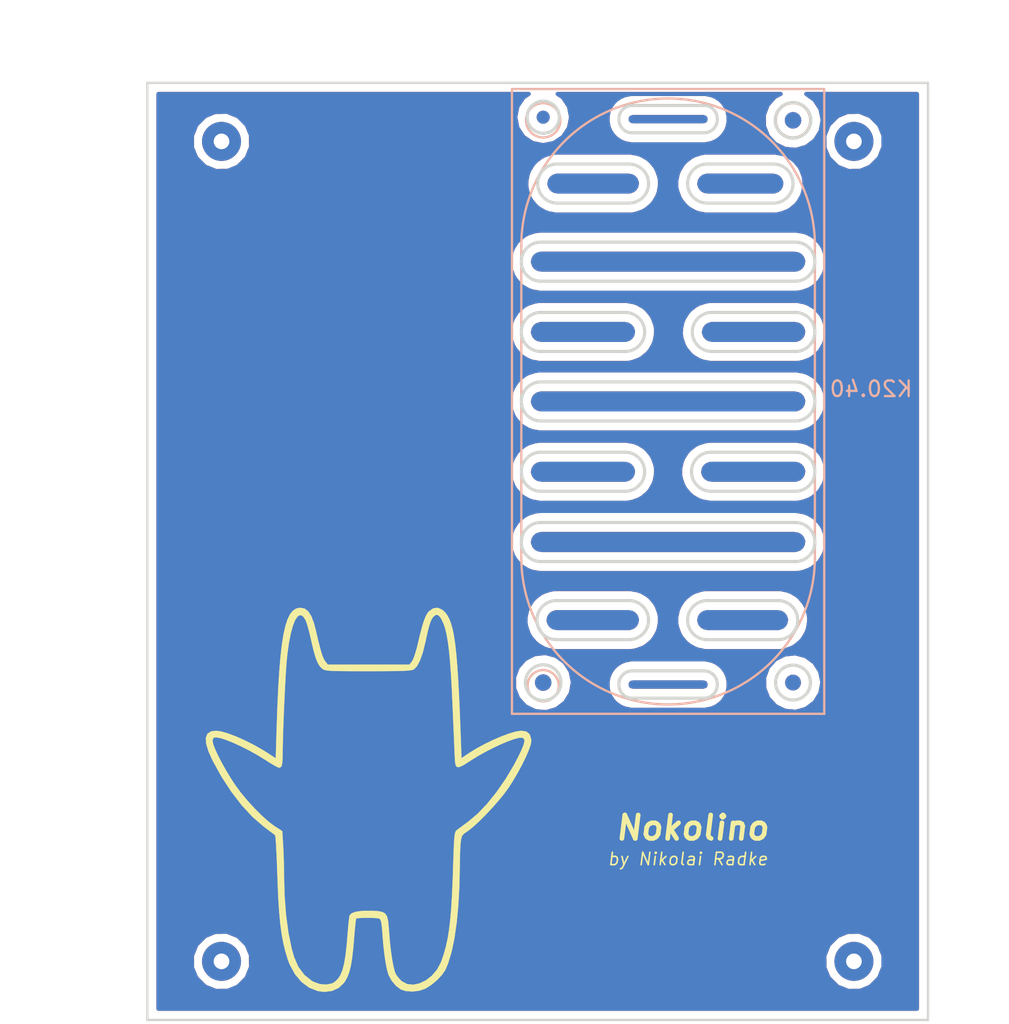
<source format=kicad_pcb>
(kicad_pcb (version 20171130) (host pcbnew "(5.0.1-3-g963ef8bb5)")

  (general
    (thickness 1.6)
    (drawings 91)
    (tracks 0)
    (zones 0)
    (modules 6)
    (nets 1)
  )

  (page A4)
  (layers
    (0 F.Cu signal)
    (31 B.Cu signal)
    (32 B.Adhes user)
    (33 F.Adhes user)
    (34 B.Paste user)
    (35 F.Paste user)
    (36 B.SilkS user)
    (37 F.SilkS user)
    (38 B.Mask user)
    (39 F.Mask user)
    (40 Dwgs.User user)
    (41 Cmts.User user)
    (42 Eco1.User user)
    (43 Eco2.User user)
    (44 Edge.Cuts user)
    (45 Margin user)
    (46 B.CrtYd user)
    (47 F.CrtYd user)
    (48 B.Fab user)
    (49 F.Fab user)
  )

  (setup
    (last_trace_width 0.25)
    (trace_clearance 0.2)
    (zone_clearance 0.508)
    (zone_45_only no)
    (trace_min 0.2)
    (segment_width 0.2)
    (edge_width 0.2)
    (via_size 0.6)
    (via_drill 0.4)
    (via_min_size 0.4)
    (via_min_drill 0.3)
    (uvia_size 0.3)
    (uvia_drill 0.1)
    (uvias_allowed no)
    (uvia_min_size 0.2)
    (uvia_min_drill 0.1)
    (pcb_text_width 0.3)
    (pcb_text_size 1.5 1.5)
    (mod_edge_width 0.15)
    (mod_text_size 1 1)
    (mod_text_width 0.15)
    (pad_size 1.524 1.524)
    (pad_drill 0.762)
    (pad_to_mask_clearance 0.2)
    (solder_mask_min_width 0.25)
    (aux_axis_origin 0 0)
    (visible_elements FFFFFF7F)
    (pcbplotparams
      (layerselection 0x010fc_ffffffff)
      (usegerberextensions false)
      (usegerberattributes false)
      (usegerberadvancedattributes false)
      (creategerberjobfile false)
      (excludeedgelayer true)
      (linewidth 0.100000)
      (plotframeref false)
      (viasonmask false)
      (mode 1)
      (useauxorigin false)
      (hpglpennumber 1)
      (hpglpenspeed 20)
      (hpglpendiameter 15.000000)
      (psnegative false)
      (psa4output false)
      (plotreference true)
      (plotvalue true)
      (plotinvisibletext false)
      (padsonsilk false)
      (subtractmaskfromsilk false)
      (outputformat 1)
      (mirror false)
      (drillshape 0)
      (scaleselection 1)
      (outputdirectory "GERBERS_NEW/"))
  )

  (net 0 "")

  (net_class Default "Dies ist die voreingestellte Netzklasse."
    (clearance 0.2)
    (trace_width 0.25)
    (via_dia 0.6)
    (via_drill 0.4)
    (uvia_dia 0.3)
    (uvia_drill 0.1)
  )

  (module NOKOlino:K20.40_mount (layer B.Cu) (tedit 5A64F3ED) (tstamp 5A64E4ED)
    (at 133.35 70.4)
    (descr K20.40)
    (tags Lautsprecher)
    (fp_text reference K20.40 (at 13 -0.8) (layer B.SilkS)
      (effects (font (size 1 1) (thickness 0.15)) (justify mirror))
    )
    (fp_text value K20.40 (at 12.9 0.8) (layer B.Fab)
      (effects (font (size 1 1) (thickness 0.15)) (justify mirror))
    )
    (fp_arc (start 0 -10) (end 9.4 -10) (angle -90) (layer B.SilkS) (width 0.15))
    (fp_arc (start 0 -10) (end 0 -19.4) (angle -90) (layer B.SilkS) (width 0.15))
    (fp_arc (start 0 10) (end 0 19.4) (angle -90) (layer B.SilkS) (width 0.15))
    (fp_arc (start 0 10) (end -9.4 10) (angle -90) (layer B.SilkS) (width 0.15))
    (fp_line (start 9.4 10) (end 9.4 -10) (layer B.SilkS) (width 0.15))
    (fp_line (start -9.4 10) (end -9.4 -10) (layer B.SilkS) (width 0.15))
    (fp_circle (center 8 -18) (end 9.1 -18) (layer B.SilkS) (width 0.15))
    (fp_circle (center -8 -18) (end -6.9 -18) (layer B.SilkS) (width 0.15))
    (fp_circle (center 8 18) (end 9.1 18) (layer B.SilkS) (width 0.15))
    (fp_circle (center -8 18.2) (end -7 18.2) (layer B.SilkS) (width 0.15))
    (fp_line (start 10 20) (end -10 20) (layer B.SilkS) (width 0.15))
    (fp_line (start -10 -20) (end 10 -20) (layer B.SilkS) (width 0.15))
    (fp_line (start -10 -20) (end -10 20) (layer B.SilkS) (width 0.15))
    (fp_line (start 10 -20) (end 10 20) (layer B.SilkS) (width 0.15))
  )

  (module Wire_Pads:SolderWirePad_single_1mmDrill (layer F.Cu) (tedit 5A89475E) (tstamp 5A6E3293)
    (at 104.75 53.75)
    (fp_text reference "" (at 0 -3.81) (layer F.SilkS)
      (effects (font (size 1 1) (thickness 0.15)))
    )
    (fp_text value SolderWirePad_single_1mmDrill (at -1.905 3.175) (layer F.Fab)
      (effects (font (size 1 1) (thickness 0.15)))
    )
    (pad 1 thru_hole circle (at 0 0) (size 2.49936 2.49936) (drill 1.00076) (layers *.Cu *.Mask))
  )

  (module Wire_Pads:SolderWirePad_single_1mmDrill (layer F.Cu) (tedit 5A894754) (tstamp 5A6E32A1)
    (at 104.75 106.25)
    (fp_text reference "" (at 0 -3.81) (layer F.SilkS)
      (effects (font (size 1 1) (thickness 0.15)))
    )
    (fp_text value SolderWirePad_single_1mmDrill (at -1.905 3.175) (layer F.Fab)
      (effects (font (size 1 1) (thickness 0.15)))
    )
    (pad 1 thru_hole circle (at 0 0) (size 2.49936 2.49936) (drill 1.00076) (layers *.Cu *.Mask))
  )

  (module Wire_Pads:SolderWirePad_single_1mmDrill (layer F.Cu) (tedit 5A89474B) (tstamp 5A6E32AF)
    (at 145.25 106.25)
    (fp_text reference "" (at 0 -3.81) (layer F.SilkS)
      (effects (font (size 1 1) (thickness 0.15)))
    )
    (fp_text value SolderWirePad_single_1mmDrill (at -1.905 3.175) (layer F.Fab)
      (effects (font (size 1 1) (thickness 0.15)))
    )
    (pad 1 thru_hole circle (at 0 0) (size 2.49936 2.49936) (drill 1.00076) (layers *.Cu *.Mask))
  )

  (module Wire_Pads:SolderWirePad_single_1mmDrill (layer F.Cu) (tedit 5A894764) (tstamp 5A6E32B8)
    (at 145.25 53.75)
    (fp_text reference "" (at 0 -3.81) (layer F.SilkS)
      (effects (font (size 1 1) (thickness 0.15)))
    )
    (fp_text value SolderWirePad_single_1mmDrill (at -1.905 3.175) (layer F.Fab)
      (effects (font (size 1 1) (thickness 0.15)))
    )
    (pad 1 thru_hole circle (at 0 0) (size 2.49936 2.49936) (drill 1.00076) (layers *.Cu *.Mask))
  )

  (module Logo:Nokolino-logo-neu (layer F.Cu) (tedit 0) (tstamp 5CB4DF4A)
    (at 113.665 95.885)
    (fp_text reference G*** (at 0 0) (layer F.SilkS) hide
      (effects (font (size 1.524 1.524) (thickness 0.3)))
    )
    (fp_text value LOGO (at 0.75 0) (layer F.SilkS) hide
      (effects (font (size 1.524 1.524) (thickness 0.3)))
    )
    (fp_poly (pts (xy -3.589224 -12.221914) (xy -3.358605 -12.048591) (xy -3.163599 -11.743104) (xy -2.994712 -11.291859)
      (xy -2.885002 -10.873598) (xy -2.739148 -10.254651) (xy -2.620388 -9.779026) (xy -2.521856 -9.424154)
      (xy -2.436687 -9.167464) (xy -2.358017 -8.986386) (xy -2.27898 -8.858349) (xy -2.267492 -8.843368)
      (xy -2.104377 -8.636001) (xy 0.507999 -8.636) (xy 3.120376 -8.636) (xy 3.282225 -8.841758)
      (xy 3.37063 -9.011879) (xy 3.475554 -9.3004) (xy 3.580763 -9.659585) (xy 3.634933 -9.878925)
      (xy 3.792186 -10.541283) (xy 3.927787 -11.057454) (xy 4.048743 -11.448141) (xy 4.162061 -11.734049)
      (xy 4.274747 -11.93588) (xy 4.370342 -12.051918) (xy 4.657012 -12.246745) (xy 4.952181 -12.274094)
      (xy 5.245026 -12.134717) (xy 5.40764 -11.979957) (xy 5.54834 -11.791942) (xy 5.67362 -11.559527)
      (xy 5.784922 -11.271415) (xy 5.883692 -10.91631) (xy 5.971372 -10.482917) (xy 6.049407 -9.95994)
      (xy 6.119242 -9.336083) (xy 6.182319 -8.60005) (xy 6.240083 -7.740546) (xy 6.293978 -6.746274)
      (xy 6.345447 -5.605939) (xy 6.395936 -4.308246) (xy 6.398965 -4.225128) (xy 6.456169 -2.650589)
      (xy 6.889918 -2.943158) (xy 7.374915 -3.245243) (xy 7.914704 -3.539544) (xy 8.476541 -3.812013)
      (xy 9.027684 -4.048606) (xy 9.535387 -4.235275) (xy 9.966909 -4.357976) (xy 10.289505 -4.402662)
      (xy 10.292279 -4.402667) (xy 10.615145 -4.347306) (xy 10.819609 -4.175502) (xy 10.913576 -3.878673)
      (xy 10.922 -3.719023) (xy 10.877347 -3.478757) (xy 10.752631 -3.125971) (xy 10.561716 -2.689039)
      (xy 10.318465 -2.196336) (xy 10.036742 -1.676236) (xy 9.730411 -1.157115) (xy 9.477219 -0.762)
      (xy 9.196377 -0.376021) (xy 8.840405 0.061187) (xy 8.437029 0.520358) (xy 8.013974 0.972223)
      (xy 7.598966 1.387518) (xy 7.21973 1.736975) (xy 6.903991 1.991328) (xy 6.80711 2.056534)
      (xy 6.599917 2.200253) (xy 6.487312 2.34293) (xy 6.429433 2.550806) (xy 6.405679 2.723601)
      (xy 6.383397 2.993976) (xy 6.364821 3.378447) (xy 6.352135 3.821781) (xy 6.347657 4.191)
      (xy 6.321292 5.533751) (xy 6.253655 6.77374) (xy 6.146274 7.899952) (xy 6.000676 8.901369)
      (xy 5.818389 9.766975) (xy 5.60094 10.485754) (xy 5.413726 10.925805) (xy 5.205754 11.231533)
      (xy 4.893819 11.560661) (xy 4.528077 11.866442) (xy 4.158684 12.102127) (xy 4.142806 12.110322)
      (xy 3.745475 12.246986) (xy 3.297782 12.298777) (xy 2.867413 12.26343) (xy 2.565543 12.163063)
      (xy 2.257506 11.931781) (xy 1.976306 11.593923) (xy 1.775803 11.217957) (xy 1.687558 10.914931)
      (xy 1.600403 10.477515) (xy 1.519537 9.940607) (xy 1.450155 9.339101) (xy 1.397457 8.707891)
      (xy 1.393928 8.654213) (xy 1.360743 8.216036) (xy 1.324338 7.920083) (xy 1.279464 7.739259)
      (xy 1.220874 7.646467) (xy 1.195415 7.629396) (xy 1.06117 7.602447) (xy 0.817477 7.58517)
      (xy 0.514471 7.577575) (xy 0.202286 7.579671) (xy -0.068943 7.591469) (xy -0.249084 7.612977)
      (xy -0.291335 7.629112) (xy -0.310964 7.722509) (xy -0.339021 7.952726) (xy -0.37212 8.287663)
      (xy -0.406873 8.695219) (xy -0.415611 8.807146) (xy -0.48033 9.559819) (xy -0.550407 10.167239)
      (xy -0.631253 10.653487) (xy -0.728277 11.042643) (xy -0.84689 11.358788) (xy -0.992502 11.626002)
      (xy -1.076242 11.747589) (xy -1.409746 12.064242) (xy -1.837797 12.258734) (xy -2.328016 12.32099)
      (xy -2.747791 12.267716) (xy -3.29879 12.050458) (xy -3.792047 11.684116) (xy -4.21408 11.183053)
      (xy -4.551405 10.561631) (xy -4.686695 10.202333) (xy -4.837658 9.696737) (xy -4.963759 9.169217)
      (xy -5.067805 8.596932) (xy -5.152602 7.957038) (xy -5.220958 7.226694) (xy -5.275678 6.383057)
      (xy -5.319572 5.403285) (xy -5.336446 4.914778) (xy -5.359001 4.270715) (xy -5.383357 3.682192)
      (xy -5.408347 3.170273) (xy -5.4328 2.756025) (xy -5.455549 2.460515) (xy -5.475423 2.304807)
      (xy -5.482289 2.286402) (xy -5.573608 2.216781) (xy -5.767719 2.070285) (xy -6.031905 1.871574)
      (xy -6.211675 1.736618) (xy -6.914765 1.130907) (xy -7.613281 0.378224) (xy -8.290265 -0.499521)
      (xy -8.928759 -1.48042) (xy -9.48919 -2.497667) (xy -9.757748 -3.095229) (xy -9.901394 -3.579354)
      (xy -9.9087 -3.725191) (xy -9.482667 -3.725191) (xy -9.438189 -3.518632) (xy -9.314488 -3.199336)
      (xy -9.126158 -2.795531) (xy -8.887799 -2.335445) (xy -8.614006 -1.847307) (xy -8.319376 -1.359346)
      (xy -8.031377 -0.918588) (xy -7.671804 -0.43275) (xy -7.246247 0.077578) (xy -6.786209 0.579614)
      (xy -6.323196 1.040575) (xy -5.888712 1.427679) (xy -5.514263 1.708144) (xy -5.495392 1.720232)
      (xy -5.021784 2.020283) (xy -4.966225 2.928312) (xy -4.940838 3.439585) (xy -4.92122 4.017131)
      (xy -4.910497 4.561614) (xy -4.909412 4.733337) (xy -4.875974 6.111905) (xy -4.780944 7.388014)
      (xy -4.626264 8.545469) (xy -4.413874 9.568074) (xy -4.267894 10.083909) (xy -3.993735 10.714559)
      (xy -3.61076 11.228218) (xy -3.129214 11.611922) (xy -3.006921 11.679745) (xy -2.61417 11.817519)
      (xy -2.210357 11.851148) (xy -1.8498 11.780783) (xy -1.660056 11.675996) (xy -1.463648 11.486155)
      (xy -1.302396 11.242878) (xy -1.17094 10.926351) (xy -1.06392 10.51676) (xy -0.975974 9.994291)
      (xy -0.901743 9.33913) (xy -0.84561 8.665609) (xy -0.810967 8.238946) (xy -0.775032 7.866252)
      (xy -0.741715 7.583908) (xy -0.714925 7.4283) (xy -0.711488 7.417549) (xy -0.571372 7.279076)
      (xy -0.283821 7.181212) (xy 0.133341 7.127631) (xy 0.662292 7.122006) (xy 0.713317 7.123918)
      (xy 1.105381 7.147673) (xy 1.38403 7.198803) (xy 1.570984 7.303286) (xy 1.687961 7.4871)
      (xy 1.756681 7.776223) (xy 1.798863 8.196633) (xy 1.815389 8.442104) (xy 1.864019 9.052223)
      (xy 1.929232 9.644071) (xy 2.006119 10.186215) (xy 2.089771 10.647221) (xy 2.175277 10.995658)
      (xy 2.24182 11.17243) (xy 2.39124 11.387577) (xy 2.597 11.604506) (xy 2.628121 11.631581)
      (xy 2.966649 11.81475) (xy 3.354194 11.858617) (xy 3.76521 11.77591) (xy 4.174151 11.579361)
      (xy 4.55547 11.281699) (xy 4.883623 10.895655) (xy 5.133061 10.433958) (xy 5.157609 10.371094)
      (xy 5.314661 9.915006) (xy 5.448027 9.440851) (xy 5.560198 8.928894) (xy 5.653665 8.3594)
      (xy 5.73092 7.712633) (xy 5.794455 6.968858) (xy 5.84676 6.10834) (xy 5.890327 5.111342)
      (xy 5.915562 4.367143) (xy 5.937268 3.684976) (xy 5.956549 3.152149) (xy 5.975418 2.748726)
      (xy 5.995887 2.454771) (xy 6.019969 2.25035) (xy 6.049675 2.115527) (xy 6.087019 2.030366)
      (xy 6.134012 1.974933) (xy 6.159142 1.954143) (xy 6.308799 1.841488) (xy 6.548992 1.663805)
      (xy 6.833179 1.455486) (xy 6.895476 1.410056) (xy 7.484133 0.914158) (xy 8.08962 0.279621)
      (xy 8.691441 -0.467028) (xy 9.269101 -1.29926) (xy 9.802106 -2.190546) (xy 10.070435 -2.699573)
      (xy 10.290434 -3.155672) (xy 10.426711 -3.487773) (xy 10.483923 -3.716316) (xy 10.466728 -3.861743)
      (xy 10.379781 -3.944495) (xy 10.356376 -3.954584) (xy 10.174173 -3.956502) (xy 9.873455 -3.882477)
      (xy 9.480561 -3.744262) (xy 9.02183 -3.553614) (xy 8.5236 -3.322288) (xy 8.01221 -3.06204)
      (xy 7.513998 -2.784626) (xy 7.055302 -2.501802) (xy 6.960941 -2.439099) (xy 6.597277 -2.205662)
      (xy 6.344173 -2.081539) (xy 6.180993 -2.068986) (xy 6.087098 -2.170261) (xy 6.041854 -2.38762)
      (xy 6.031014 -2.540793) (xy 6.022118 -2.735031) (xy 6.007162 -3.075108) (xy 5.987148 -3.537677)
      (xy 5.963078 -4.099391) (xy 5.935952 -4.736903) (xy 5.906773 -5.426865) (xy 5.883963 -5.969)
      (xy 5.832399 -7.084674) (xy 5.777309 -8.04453) (xy 5.717209 -8.86207) (xy 5.650618 -9.550798)
      (xy 5.576053 -10.124216) (xy 5.492031 -10.595827) (xy 5.39707 -10.979134) (xy 5.303832 -11.252727)
      (xy 5.136067 -11.60701) (xy 4.975996 -11.796743) (xy 4.817465 -11.826143) (xy 4.654322 -11.699427)
      (xy 4.653471 -11.698392) (xy 4.558047 -11.561017) (xy 4.473523 -11.382891) (xy 4.390827 -11.135253)
      (xy 4.300885 -10.789344) (xy 4.194623 -10.316406) (xy 4.14748 -10.094558) (xy 3.985794 -9.438015)
      (xy 3.807386 -8.919811) (xy 3.616565 -8.55036) (xy 3.423293 -8.343714) (xy 3.345988 -8.306868)
      (xy 3.226861 -8.277449) (xy 3.048183 -8.254668) (xy 2.792227 -8.237735) (xy 2.441263 -8.225861)
      (xy 1.977563 -8.218257) (xy 1.3834 -8.214133) (xy 0.641045 -8.2127) (xy 0.480063 -8.212667)
      (xy -0.276052 -8.213131) (xy -0.881383 -8.215223) (xy -1.354477 -8.219996) (xy -1.713882 -8.228503)
      (xy -1.978147 -8.241795) (xy -2.165819 -8.260926) (xy -2.295446 -8.286947) (xy -2.385575 -8.320911)
      (xy -2.454756 -8.363871) (xy -2.476422 -8.380415) (xy -2.628877 -8.538047) (xy -2.764699 -8.7687)
      (xy -2.892604 -9.095262) (xy -3.021309 -9.540618) (xy -3.159532 -10.127654) (xy -3.182884 -10.235191)
      (xy -3.280675 -10.654738) (xy -3.384298 -11.041668) (xy -3.480456 -11.349256) (xy -3.547026 -11.514667)
      (xy -3.709548 -11.742734) (xy -3.87407 -11.809617) (xy -4.036936 -11.723368) (xy -4.194491 -11.492044)
      (xy -4.34308 -11.123697) (xy -4.479049 -10.626382) (xy -4.598743 -10.008153) (xy -4.698505 -9.277064)
      (xy -4.738093 -8.89) (xy -4.769507 -8.490895) (xy -4.8037 -7.956936) (xy -4.83915 -7.322547)
      (xy -4.874337 -6.622153) (xy -4.907739 -5.890178) (xy -4.937836 -5.161048) (xy -4.963107 -4.469186)
      (xy -4.982031 -3.849017) (xy -4.993086 -3.334966) (xy -4.995334 -3.067654) (xy -5.00156 -2.622573)
      (xy -5.02392 -2.321509) (xy -5.067931 -2.139479) (xy -5.139114 -2.051499) (xy -5.224138 -2.032001)
      (xy -5.345693 -2.076565) (xy -5.56936 -2.196348) (xy -5.857818 -2.370482) (xy -6.04058 -2.488476)
      (xy -6.544354 -2.802308) (xy -7.083783 -3.105194) (xy -7.629299 -3.383533) (xy -8.151333 -3.62372)
      (xy -8.620319 -3.812151) (xy -9.006686 -3.935223) (xy -9.280868 -3.979334) (xy -9.281081 -3.979334)
      (xy -9.42565 -3.949835) (xy -9.478335 -3.827914) (xy -9.482667 -3.725191) (xy -9.9087 -3.725191)
      (xy -9.920017 -3.951057) (xy -9.813504 -4.211353) (xy -9.58174 -4.361258) (xy -9.277114 -4.402667)
      (xy -8.939876 -4.356948) (xy -8.493788 -4.228549) (xy -7.969616 -4.030605) (xy -7.398129 -3.776253)
      (xy -6.810093 -3.478628) (xy -6.236275 -3.150866) (xy -6.002733 -3.004686) (xy -5.443798 -2.64434)
      (xy -5.385563 -4.56067) (xy -5.337478 -5.941813) (xy -5.281166 -7.161824) (xy -5.215037 -8.228771)
      (xy -5.1375 -9.150727) (xy -5.046964 -9.935761) (xy -4.94184 -10.591943) (xy -4.820537 -11.127344)
      (xy -4.681465 -11.550034) (xy -4.523032 -11.868084) (xy -4.343649 -12.089564) (xy -4.141725 -12.222544)
      (xy -3.915669 -12.275095) (xy -3.864953 -12.276667) (xy -3.589224 -12.221914)) (layer F.SilkS) (width 0.01))
  )

  (gr_text "by Nikolai Radke" (at 134.62 99.695) (layer F.SilkS) (tstamp 5CB4DF31)
    (effects (font (size 0.8 0.8) (thickness 0.1) italic))
  )
  (gr_text Nokolino (at 134.9 97.7) (layer F.SilkS)
    (effects (font (size 1.5 1.5) (thickness 0.3) italic))
  )
  (gr_arc (start 135.65 52.35) (end 136.5 52.35) (angle 90) (layer Edge.Cuts) (width 0.2) (tstamp 5A6CE3B0))
  (gr_arc (start 135.65 52.3) (end 135.65 51.45) (angle 90) (layer Edge.Cuts) (width 0.2) (tstamp 5A6CE3A3))
  (gr_arc (start 131.05 52.35) (end 131.05 53.2) (angle 90) (layer Edge.Cuts) (width 0.2) (tstamp 5A6CE397))
  (gr_arc (start 131.05 52.3) (end 130.2 52.3) (angle 90) (layer Edge.Cuts) (width 0.2) (tstamp 5A6CE382))
  (gr_line (start 135.65 51.45) (end 131.05 51.45) (angle 90) (layer Edge.Cuts) (width 0.2) (tstamp 5A6CE34C))
  (gr_line (start 135.65 87.65) (end 131.05 87.65) (angle 90) (layer Edge.Cuts) (width 0.2) (tstamp 5A6CE33B))
  (gr_arc (start 135.65 88.55) (end 136.5 88.55) (angle 90) (layer Edge.Cuts) (width 0.2))
  (gr_arc (start 131.05 88.5) (end 130.2 88.5) (angle 90) (layer Edge.Cuts) (width 0.2))
  (gr_arc (start 135.65 88.5) (end 135.65 87.65) (angle 90) (layer Edge.Cuts) (width 0.2))
  (gr_arc (start 131.05 88.55) (end 131.05 89.4) (angle 90) (layer Edge.Cuts) (width 0.2))
  (gr_line (start 135.65 89.4) (end 131.05 89.4) (angle 90) (layer Edge.Cuts) (width 0.2) (tstamp 5A6CD8EA))
  (gr_line (start 135.65 53.2) (end 131.05 53.2) (angle 90) (layer Edge.Cuts) (width 0.2))
  (gr_arc (start 140.4 84.4) (end 140.4 83.15) (angle 90) (layer Edge.Cuts) (width 0.2) (tstamp 5A6CD7E4))
  (gr_arc (start 140.4 84.4) (end 141.65 84.4) (angle 90) (layer Edge.Cuts) (width 0.2) (tstamp 5A6CD7DE))
  (gr_line (start 140.45 85.65) (end 135.8 85.65) (angle 90) (layer Edge.Cuts) (width 0.2) (tstamp 5A6CD7D9))
  (gr_line (start 135.85 83.15) (end 140.45 83.15) (angle 90) (layer Edge.Cuts) (width 0.2) (tstamp 5A6CD7D1))
  (gr_arc (start 135.85 84.4) (end 135.85 85.65) (angle 90) (layer Edge.Cuts) (width 0.2) (tstamp 5A6CD7C7))
  (gr_arc (start 135.85 84.4) (end 134.6 84.35) (angle 90) (layer Edge.Cuts) (width 0.2) (tstamp 5A6CD7B9))
  (gr_line (start 130.85 85.65) (end 126.2 85.65) (angle 90) (layer Edge.Cuts) (width 0.2))
  (gr_line (start 126.25 83.15) (end 130.85 83.15) (angle 90) (layer Edge.Cuts) (width 0.2))
  (gr_arc (start 130.85 84.4) (end 132.1 84.4) (angle 90) (layer Edge.Cuts) (width 0.2) (tstamp 5A6CD6C3))
  (gr_line (start 126.3 57.7) (end 126.25 57.7) (angle 90) (layer Edge.Cuts) (width 0.2))
  (gr_line (start 135.85 57.7) (end 140.1 57.7) (angle 90) (layer Edge.Cuts) (width 0.2))
  (gr_line (start 140.1 55.2) (end 135.9 55.2) (angle 90) (layer Edge.Cuts) (width 0.2))
  (gr_line (start 130.85 57.7) (end 126.25 57.7) (angle 90) (layer Edge.Cuts) (width 0.2))
  (gr_line (start 126.3 55.2) (end 130.85 55.2) (angle 90) (layer Edge.Cuts) (width 0.2))
  (gr_arc (start 130.85 84.4) (end 130.85 83.15) (angle 90) (layer Edge.Cuts) (width 0.2) (tstamp 5A6CD58F))
  (gr_arc (start 126.2 84.4) (end 126.2 85.65) (angle 90) (layer Edge.Cuts) (width 0.2) (tstamp 5A6CD544))
  (gr_arc (start 126.2 84.4) (end 124.95 84.35) (angle 90) (layer Edge.Cuts) (width 0.2) (tstamp 5A6CD4F9))
  (gr_arc (start 135.85 56.45) (end 135.85 57.7) (angle 90) (layer Edge.Cuts) (width 0.2) (tstamp 5A6CD46B))
  (gr_arc (start 135.85 56.45) (end 134.6 56.4) (angle 90) (layer Edge.Cuts) (width 0.2) (tstamp 5A6CD45F))
  (gr_arc (start 130.85 56.45) (end 132.1 56.45) (angle 90) (layer Edge.Cuts) (width 0.2) (tstamp 5A6CD44B))
  (gr_arc (start 130.85 56.45) (end 130.85 55.2) (angle 90) (layer Edge.Cuts) (width 0.2) (tstamp 5A6CD440))
  (gr_arc (start 140.1 56.45) (end 141.35 56.45) (angle 90) (layer Edge.Cuts) (width 0.2) (tstamp 5A6CD421))
  (gr_arc (start 140.1 56.45) (end 140.1 55.2) (angle 90) (layer Edge.Cuts) (width 0.2) (tstamp 5A6CD416))
  (gr_arc (start 126.25 56.45) (end 126.25 57.7) (angle 90) (layer Edge.Cuts) (width 0.2) (tstamp 5A6CD3CF))
  (gr_arc (start 126.25 56.45) (end 125 56.4) (angle 90) (layer Edge.Cuts) (width 0.2) (tstamp 5A6CD3B5))
  (gr_arc (start 130.6 65.95) (end 131.85 65.95) (angle 90) (layer Edge.Cuts) (width 0.2) (tstamp 5A6CD32E))
  (gr_arc (start 130.6 65.95) (end 130.6 64.7) (angle 90) (layer Edge.Cuts) (width 0.2) (tstamp 5A6CD322))
  (gr_line (start 130.6 67.2) (end 125.2 67.2) (angle 90) (layer Edge.Cuts) (width 0.2) (tstamp 5A6CD315))
  (gr_line (start 125.25 64.7) (end 130.6 64.7) (angle 90) (layer Edge.Cuts) (width 0.2) (tstamp 5A6CD308))
  (gr_arc (start 125.2 65.95) (end 125.2 67.2) (angle 90) (layer Edge.Cuts) (width 0.2) (tstamp 5A6CD2E3))
  (gr_arc (start 125.2 65.95) (end 123.95 65.9) (angle 90) (layer Edge.Cuts) (width 0.2) (tstamp 5A6CD2D1))
  (gr_arc (start 136.15 65.95) (end 136.15 67.2) (angle 90) (layer Edge.Cuts) (width 0.2) (tstamp 5A6CD2BD))
  (gr_arc (start 136.15 65.95) (end 134.9 65.9) (angle 90) (layer Edge.Cuts) (width 0.2) (tstamp 5A6CD2B0))
  (gr_arc (start 141.5 65.95) (end 142.75 65.95) (angle 90) (layer Edge.Cuts) (width 0.2) (tstamp 5A6CD29F))
  (gr_line (start 136.15 67.2) (end 141.5 67.2) (angle 90) (layer Edge.Cuts) (width 0.2) (tstamp 5A6CD296))
  (gr_line (start 136.2 64.7) (end 141.55 64.7) (angle 90) (layer Edge.Cuts) (width 0.2) (tstamp 5A6CD28B))
  (gr_line (start 141.5 78.15) (end 125.2 78.15) (angle 90) (layer Edge.Cuts) (width 0.2) (tstamp 5A6CD247))
  (gr_arc (start 141.5 79.4) (end 141.5 78.15) (angle 90) (layer Edge.Cuts) (width 0.2) (tstamp 5A6CD229))
  (gr_arc (start 136.1 74.9) (end 136.1 76.15) (angle 90) (layer Edge.Cuts) (width 0.2) (tstamp 5A6CD1CC))
  (gr_arc (start 136.1 74.9) (end 134.85 74.85) (angle 90) (layer Edge.Cuts) (width 0.2) (tstamp 5A6CD1BD))
  (gr_line (start 136.15 76.15) (end 141.5 76.15) (angle 90) (layer Edge.Cuts) (width 0.2) (tstamp 5A6CD1AF))
  (gr_line (start 136.15 73.65) (end 141.5 73.65) (angle 90) (layer Edge.Cuts) (width 0.2) (tstamp 5A6CD1A5))
  (gr_arc (start 141.5 74.9) (end 142.75 74.9) (angle 90) (layer Edge.Cuts) (width 0.2) (tstamp 5A6CD192))
  (gr_arc (start 141.5 74.9) (end 141.5 73.65) (angle 90) (layer Edge.Cuts) (width 0.2) (tstamp 5A6CD183))
  (gr_line (start 130.6 76.15) (end 125.2 76.15) (angle 90) (layer Edge.Cuts) (width 0.2))
  (gr_line (start 125.25 73.65) (end 130.6 73.65) (angle 90) (layer Edge.Cuts) (width 0.2))
  (gr_arc (start 130.6 74.9) (end 131.85 74.9) (angle 90) (layer Edge.Cuts) (width 0.2) (tstamp 5A6CD14C))
  (gr_arc (start 130.6 74.9) (end 130.6 73.65) (angle 90) (layer Edge.Cuts) (width 0.2) (tstamp 5A6CD144))
  (gr_arc (start 125.2 74.9) (end 125.2 76.15) (angle 90) (layer Edge.Cuts) (width 0.2) (tstamp 5A6CD117))
  (gr_arc (start 125.2 74.9) (end 123.95 74.85) (angle 90) (layer Edge.Cuts) (width 0.2) (tstamp 5A6CD0F7))
  (gr_line (start 125.2 62.7) (end 141.5 62.7) (angle 90) (layer Edge.Cuts) (width 0.2))
  (gr_line (start 141.5 60.2) (end 125.25 60.2) (angle 90) (layer Edge.Cuts) (width 0.2))
  (gr_arc (start 141.5 61.45) (end 142.75 61.45) (angle 90) (layer Edge.Cuts) (width 0.2) (tstamp 5A6CD0B0))
  (gr_arc (start 141.5 61.45) (end 141.5 60.2) (angle 90) (layer Edge.Cuts) (width 0.2) (tstamp 5A6CD0A7))
  (gr_arc (start 125.2 61.45) (end 125.2 62.7) (angle 90) (layer Edge.Cuts) (width 0.2) (tstamp 5A6CD08B))
  (gr_arc (start 125.2 61.45) (end 123.95 61.4) (angle 90) (layer Edge.Cuts) (width 0.2) (tstamp 5A6CD080))
  (gr_line (start 141.5 80.65) (end 125.2 80.65) (angle 90) (layer Edge.Cuts) (width 0.2))
  (gr_arc (start 141.5 65.95) (end 141.5 64.7) (angle 90) (layer Edge.Cuts) (width 0.2) (tstamp 5A6CCF85))
  (gr_arc (start 141.5 79.4) (end 142.75 79.4) (angle 90) (layer Edge.Cuts) (width 0.2) (tstamp 5A6CCF79))
  (gr_arc (start 125.2 79.4) (end 123.95 79.35) (angle 90) (layer Edge.Cuts) (width 0.2) (tstamp 5A6CCF6D))
  (gr_arc (start 125.2 79.4) (end 125.2 80.65) (angle 90) (layer Edge.Cuts) (width 0.2) (tstamp 5A6CCF54))
  (gr_line (start 125.2 71.65) (end 141.5 71.65) (angle 90) (layer Edge.Cuts) (width 0.2))
  (gr_line (start 141.5 69.15) (end 125.25 69.15) (angle 90) (layer Edge.Cuts) (width 0.2))
  (gr_arc (start 141.5 70.4) (end 141.5 69.15) (angle 90) (layer Edge.Cuts) (width 0.2))
  (gr_arc (start 141.5 70.4) (end 142.75 70.4) (angle 90) (layer Edge.Cuts) (width 0.2))
  (gr_arc (start 125.2 70.4) (end 123.95 70.35) (angle 90) (layer Edge.Cuts) (width 0.2))
  (gr_arc (start 125.2 70.4) (end 125.2 71.65) (angle 90) (layer Edge.Cuts) (width 0.2))
  (dimension 60 (width 0.3) (layer Cmts.User)
    (gr_text "60,000 mm" (at 96.850001 80 270) (layer Cmts.User)
      (effects (font (size 1.5 1.5) (thickness 0.3)))
    )
    (feature1 (pts (xy 100 110) (xy 95.500001 110)))
    (feature2 (pts (xy 100 50) (xy 95.500001 50)))
    (crossbar (pts (xy 98.200001 50) (xy 98.200001 110)))
    (arrow1a (pts (xy 98.200001 110) (xy 97.61358 108.873496)))
    (arrow1b (pts (xy 98.200001 110) (xy 98.786422 108.873496)))
    (arrow2a (pts (xy 98.200001 50) (xy 97.61358 51.126504)))
    (arrow2b (pts (xy 98.200001 50) (xy 98.786422 51.126504)))
  )
  (dimension 50 (width 0.3) (layer Cmts.User)
    (gr_text "50,000 mm" (at 125 46.550001) (layer Cmts.User)
      (effects (font (size 1.5 1.5) (thickness 0.3)))
    )
    (feature1 (pts (xy 100 50) (xy 100 45.200001)))
    (feature2 (pts (xy 150 50) (xy 150 45.200001)))
    (crossbar (pts (xy 150 47.900001) (xy 100 47.900001)))
    (arrow1a (pts (xy 100 47.900001) (xy 101.126504 47.31358)))
    (arrow1b (pts (xy 100 47.900001) (xy 101.126504 48.486422)))
    (arrow2a (pts (xy 150 47.900001) (xy 148.873496 47.31358)))
    (arrow2b (pts (xy 150 47.900001) (xy 148.873496 48.486422)))
  )
  (gr_line (start 150 110) (end 100 110) (angle 90) (layer Edge.Cuts) (width 0.15))
  (gr_circle (center 125.35 88.4) (end 126.25 89.1) (layer Edge.Cuts) (width 0.2))
  (gr_circle (center 141.35 88.4) (end 142.35 88.9) (layer Edge.Cuts) (width 0.2))
  (gr_circle (center 125.35 52.2) (end 126.25 52.7) (layer Edge.Cuts) (width 0.2))
  (gr_circle (center 141.35 52.4) (end 142.25 53.1) (layer Edge.Cuts) (width 0.2))
  (gr_line (start 150 50) (end 100 50) (angle 90) (layer Edge.Cuts) (width 0.15))
  (gr_line (start 150 110) (end 150 50) (angle 90) (layer Edge.Cuts) (width 0.15))
  (gr_line (start 100 50) (end 100 110) (angle 90) (layer Edge.Cuts) (width 0.15))

  (zone (net 0) (net_name "") (layer F.Cu) (tstamp 5B8FD57B) (hatch edge 0.508)
    (connect_pads (clearance 0.508))
    (min_thickness 0.254)
    (fill yes (arc_segments 16) (thermal_gap 0.508) (thermal_bridge_width 0.508))
    (polygon
      (pts
        (xy 150 110) (xy 100 110) (xy 100 50) (xy 150 50)
      )
    )
    (filled_polygon
      (pts
        (xy 124.088123 50.938123) (xy 123.701279 51.517077) (xy 123.565437 52.2) (xy 123.701279 52.882923) (xy 124.088123 53.461877)
        (xy 124.667077 53.848721) (xy 125.35 53.984563) (xy 126.032923 53.848721) (xy 126.611877 53.461877) (xy 126.998721 52.882923)
        (xy 127.134563 52.2) (xy 127.125932 52.156609) (xy 129.479123 52.156609) (xy 129.479124 52.310089) (xy 129.479123 52.493391)
        (xy 129.543825 52.818672) (xy 129.543825 52.818673) (xy 129.653572 53.083625) (xy 129.837829 53.359385) (xy 130.040615 53.562171)
        (xy 130.316375 53.746428) (xy 130.581328 53.856175) (xy 130.90661 53.920877) (xy 130.906611 53.920877) (xy 130.977612 53.935)
        (xy 135.722388 53.935) (xy 135.793389 53.920877) (xy 135.793391 53.920877) (xy 136.118672 53.856175) (xy 136.118673 53.856175)
        (xy 136.383625 53.746428) (xy 136.659385 53.562171) (xy 136.862171 53.359385) (xy 137.046428 53.083625) (xy 137.156175 52.818672)
        (xy 137.220877 52.49339) (xy 137.220877 52.15661) (xy 137.156175 51.831328) (xy 137.072419 51.629123) (xy 137.046428 51.566375)
        (xy 136.862171 51.290615) (xy 136.659385 51.087829) (xy 136.383625 50.903572) (xy 136.118673 50.793825) (xy 136.118672 50.793825)
        (xy 135.793391 50.729123) (xy 135.793389 50.729123) (xy 135.722388 50.715) (xy 130.977612 50.715) (xy 130.906611 50.729123)
        (xy 130.90661 50.729123) (xy 130.581328 50.793825) (xy 130.316375 50.903572) (xy 130.040615 51.087829) (xy 129.837829 51.290615)
        (xy 129.653572 51.566375) (xy 129.582122 51.73887) (xy 129.543825 51.831328) (xy 129.479123 52.156609) (xy 127.125932 52.156609)
        (xy 126.998721 51.517077) (xy 126.611877 50.938123) (xy 126.270466 50.71) (xy 140.561946 50.71) (xy 140.185822 50.904548)
        (xy 139.725518 51.423913) (xy 139.483045 52.074164) (xy 139.490918 52.768108) (xy 139.748081 53.412691) (xy 140.22005 53.92148)
        (xy 140.843537 54.226248) (xy 141.534937 54.28613) (xy 142.201538 54.093095) (xy 142.753954 53.673028) (xy 142.906296 53.425883)
        (xy 143.355929 53.425883) (xy 143.36532 53.775313) (xy 143.36532 54.124886) (xy 143.375367 54.149141) (xy 143.376072 54.175384)
        (xy 143.624141 54.774275) (xy 143.636579 54.779764) (xy 143.652245 54.817585) (xy 144.182415 55.347755) (xy 144.220236 55.363421)
        (xy 144.225725 55.375859) (xy 144.55214 55.5009) (xy 144.875114 55.63468) (xy 144.901368 55.63468) (xy 144.925883 55.644071)
        (xy 145.275313 55.63468) (xy 145.624886 55.63468) (xy 145.649141 55.624633) (xy 145.675384 55.623928) (xy 146.274275 55.375859)
        (xy 146.279764 55.363421) (xy 146.317585 55.347755) (xy 146.847755 54.817585) (xy 146.863421 54.779764) (xy 146.875859 54.774275)
        (xy 147.0009 54.44786) (xy 147.13468 54.124886) (xy 147.13468 54.098632) (xy 147.144071 54.074117) (xy 147.13468 53.724687)
        (xy 147.13468 53.375114) (xy 147.124633 53.350859) (xy 147.123928 53.324616) (xy 146.875859 52.725725) (xy 146.863421 52.720236)
        (xy 146.847755 52.682415) (xy 146.317585 52.152245) (xy 146.279764 52.136579) (xy 146.274275 52.124141) (xy 145.94786 51.9991)
        (xy 145.624886 51.86532) (xy 145.598632 51.86532) (xy 145.574117 51.855929) (xy 145.224687 51.86532) (xy 144.875114 51.86532)
        (xy 144.850859 51.875367) (xy 144.824616 51.876072) (xy 144.225725 52.124141) (xy 144.220236 52.136579) (xy 144.182415 52.152245)
        (xy 143.652245 52.682415) (xy 143.636579 52.720236) (xy 143.624141 52.725725) (xy 143.4991 53.05214) (xy 143.36532 53.375114)
        (xy 143.36532 53.401368) (xy 143.355929 53.425883) (xy 142.906296 53.425883) (xy 143.11811 53.082257) (xy 143.245175 52.4)
        (xy 143.244687 52.357004) (xy 143.102177 51.677805) (xy 142.724711 51.095448) (xy 142.193213 50.71) (xy 149.290001 50.71)
        (xy 149.29 109.29) (xy 100.71 109.29) (xy 100.71 105.925883) (xy 102.855929 105.925883) (xy 102.86532 106.275313)
        (xy 102.86532 106.624886) (xy 102.875367 106.649141) (xy 102.876072 106.675384) (xy 103.124141 107.274275) (xy 103.136579 107.279764)
        (xy 103.152245 107.317585) (xy 103.682415 107.847755) (xy 103.720236 107.863421) (xy 103.725725 107.875859) (xy 104.05214 108.0009)
        (xy 104.375114 108.13468) (xy 104.401368 108.13468) (xy 104.425883 108.144071) (xy 104.775313 108.13468) (xy 105.124886 108.13468)
        (xy 105.149141 108.124633) (xy 105.175384 108.123928) (xy 105.774275 107.875859) (xy 105.779764 107.863421) (xy 105.817585 107.847755)
        (xy 106.347755 107.317585) (xy 106.363421 107.279764) (xy 106.375859 107.274275) (xy 106.5009 106.94786) (xy 106.63468 106.624886)
        (xy 106.63468 106.598632) (xy 106.644071 106.574117) (xy 106.63468 106.224687) (xy 106.63468 105.925883) (xy 143.355929 105.925883)
        (xy 143.36532 106.275313) (xy 143.36532 106.624886) (xy 143.375367 106.649141) (xy 143.376072 106.675384) (xy 143.624141 107.274275)
        (xy 143.636579 107.279764) (xy 143.652245 107.317585) (xy 144.182415 107.847755) (xy 144.220236 107.863421) (xy 144.225725 107.875859)
        (xy 144.55214 108.0009) (xy 144.875114 108.13468) (xy 144.901368 108.13468) (xy 144.925883 108.144071) (xy 145.275313 108.13468)
        (xy 145.624886 108.13468) (xy 145.649141 108.124633) (xy 145.675384 108.123928) (xy 146.274275 107.875859) (xy 146.279764 107.863421)
        (xy 146.317585 107.847755) (xy 146.847755 107.317585) (xy 146.863421 107.279764) (xy 146.875859 107.274275) (xy 147.0009 106.94786)
        (xy 147.13468 106.624886) (xy 147.13468 106.598632) (xy 147.144071 106.574117) (xy 147.13468 106.224687) (xy 147.13468 105.875114)
        (xy 147.124633 105.850859) (xy 147.123928 105.824616) (xy 146.875859 105.225725) (xy 146.863421 105.220236) (xy 146.847755 105.182415)
        (xy 146.317585 104.652245) (xy 146.279764 104.636579) (xy 146.274275 104.624141) (xy 145.94786 104.4991) (xy 145.624886 104.36532)
        (xy 145.598632 104.36532) (xy 145.574117 104.355929) (xy 145.224687 104.36532) (xy 144.875114 104.36532) (xy 144.850859 104.375367)
        (xy 144.824616 104.376072) (xy 144.225725 104.624141) (xy 144.220236 104.636579) (xy 144.182415 104.652245) (xy 143.652245 105.182415)
        (xy 143.636579 105.220236) (xy 143.624141 105.225725) (xy 143.4991 105.55214) (xy 143.36532 105.875114) (xy 143.36532 105.901368)
        (xy 143.355929 105.925883) (xy 106.63468 105.925883) (xy 106.63468 105.875114) (xy 106.624633 105.850859) (xy 106.623928 105.824616)
        (xy 106.375859 105.225725) (xy 106.363421 105.220236) (xy 106.347755 105.182415) (xy 105.817585 104.652245) (xy 105.779764 104.636579)
        (xy 105.774275 104.624141) (xy 105.44786 104.4991) (xy 105.124886 104.36532) (xy 105.098632 104.36532) (xy 105.074117 104.355929)
        (xy 104.724687 104.36532) (xy 104.375114 104.36532) (xy 104.350859 104.375367) (xy 104.324616 104.376072) (xy 103.725725 104.624141)
        (xy 103.720236 104.636579) (xy 103.682415 104.652245) (xy 103.152245 105.182415) (xy 103.136579 105.220236) (xy 103.124141 105.225725)
        (xy 102.9991 105.55214) (xy 102.86532 105.875114) (xy 102.86532 105.901368) (xy 102.855929 105.925883) (xy 100.71 105.925883)
        (xy 100.71 88.074164) (xy 123.483045 88.074164) (xy 123.490918 88.768108) (xy 123.748081 89.412691) (xy 124.22005 89.92148)
        (xy 124.843537 90.226248) (xy 125.534937 90.28613) (xy 126.201538 90.093095) (xy 126.753954 89.673028) (xy 127.11811 89.082257)
        (xy 127.245175 88.4) (xy 127.244687 88.357004) (xy 127.244605 88.356609) (xy 129.479123 88.356609) (xy 129.479124 88.510089)
        (xy 129.479123 88.693391) (xy 129.543825 89.018672) (xy 129.543825 89.018673) (xy 129.653572 89.283625) (xy 129.837829 89.559385)
        (xy 130.040615 89.762171) (xy 130.316375 89.946428) (xy 130.581328 90.056175) (xy 130.90661 90.120877) (xy 130.906611 90.120877)
        (xy 130.977612 90.135) (xy 135.722388 90.135) (xy 135.793389 90.120877) (xy 135.793391 90.120877) (xy 136.118672 90.056175)
        (xy 136.118673 90.056175) (xy 136.383625 89.946428) (xy 136.659385 89.762171) (xy 136.862171 89.559385) (xy 137.046428 89.283625)
        (xy 137.156175 89.018672) (xy 137.220877 88.69339) (xy 137.220877 88.35661) (xy 137.165453 88.077971) (xy 139.504857 88.077971)
        (xy 139.512638 88.763808) (xy 139.766796 89.40086) (xy 140.233251 89.903704) (xy 140.849453 90.204913) (xy 141.532776 90.264095)
        (xy 142.19159 90.073315) (xy 142.737552 89.658156) (xy 143.097454 89.074286) (xy 143.223034 88.4) (xy 143.222552 88.357506)
        (xy 143.081706 87.686242) (xy 142.708651 87.110688) (xy 142.15341 86.708022) (xy 141.490438 86.532238) (xy 140.808634 86.606908)
        (xy 140.199423 86.922019) (xy 139.744497 87.435316) (xy 139.504857 88.077971) (xy 137.165453 88.077971) (xy 137.156175 88.031328)
        (xy 137.072419 87.829123) (xy 137.046428 87.766375) (xy 136.862171 87.490615) (xy 136.659385 87.287829) (xy 136.383625 87.103572)
        (xy 136.118673 86.993825) (xy 136.118672 86.993825) (xy 135.793391 86.929123) (xy 135.793389 86.929123) (xy 135.722388 86.915)
        (xy 130.977612 86.915) (xy 130.906611 86.929123) (xy 130.90661 86.929123) (xy 130.581328 86.993825) (xy 130.316375 87.103572)
        (xy 130.040615 87.287829) (xy 129.837829 87.490615) (xy 129.653572 87.766375) (xy 129.543825 88.031327) (xy 129.543825 88.031328)
        (xy 129.479123 88.356609) (xy 127.244605 88.356609) (xy 127.102177 87.677805) (xy 126.724711 87.095448) (xy 126.162907 86.688022)
        (xy 125.492098 86.51016) (xy 124.802234 86.585712) (xy 124.185822 86.904548) (xy 123.725518 87.423913) (xy 123.483045 88.074164)
        (xy 100.71 88.074164) (xy 100.71 84.464059) (xy 124.217797 84.464059) (xy 124.236787 84.681118) (xy 124.261641 84.773875)
        (xy 124.278316 84.868445) (xy 124.426794 85.276385) (xy 124.472125 85.3549) (xy 124.554425 85.497448) (xy 124.833472 85.830005)
        (xy 125.029015 85.994085) (xy 125.029018 85.994086) (xy 125.404973 86.211143) (xy 125.404975 86.211145) (xy 125.644844 86.29845)
        (xy 126.064513 86.372449) (xy 126.127612 86.385) (xy 130.922388 86.385) (xy 130.95403 86.378706) (xy 131.131118 86.363213)
        (xy 131.223875 86.338359) (xy 131.318445 86.321684) (xy 131.726385 86.173206) (xy 131.944867 86.047065) (xy 131.947448 86.045575)
        (xy 132.280005 85.766528) (xy 132.444085 85.570985) (xy 132.444086 85.570982) (xy 132.661143 85.195027) (xy 132.661145 85.195025)
        (xy 132.74845 84.955156) (xy 132.823834 84.527631) (xy 132.823834 84.464059) (xy 133.867797 84.464059) (xy 133.886787 84.681118)
        (xy 133.911641 84.773875) (xy 133.928316 84.868445) (xy 134.076794 85.276385) (xy 134.122125 85.3549) (xy 134.204425 85.497448)
        (xy 134.483472 85.830005) (xy 134.679015 85.994085) (xy 134.679018 85.994086) (xy 135.054973 86.211143) (xy 135.054975 86.211145)
        (xy 135.294844 86.29845) (xy 135.50224 86.335019) (xy 135.513217 86.342354) (xy 135.727612 86.385) (xy 140.522388 86.385)
        (xy 140.593288 86.370897) (xy 140.681118 86.363213) (xy 140.773875 86.338359) (xy 140.868445 86.321684) (xy 141.276385 86.173206)
        (xy 141.494867 86.047065) (xy 141.497448 86.045575) (xy 141.830005 85.766528) (xy 141.994085 85.570985) (xy 141.994086 85.570982)
        (xy 142.211143 85.195027) (xy 142.211145 85.195025) (xy 142.29845 84.955156) (xy 142.373834 84.527631) (xy 142.373834 84.431598)
        (xy 142.382203 84.335941) (xy 142.363213 84.118881) (xy 142.338358 84.026121) (xy 142.321684 83.931556) (xy 142.173208 83.523619)
        (xy 142.173207 83.523616) (xy 142.102637 83.401385) (xy 142.045575 83.302551) (xy 142.045572 83.302549) (xy 141.766528 82.969996)
        (xy 141.570986 82.805916) (xy 141.570985 82.805915) (xy 141.570984 82.805915) (xy 141.195026 82.588856) (xy 141.195025 82.588855)
        (xy 140.955156 82.50155) (xy 140.74776 82.464981) (xy 140.736783 82.457646) (xy 140.522388 82.415) (xy 135.777612 82.415)
        (xy 135.744829 82.421521) (xy 135.647436 82.42613) (xy 135.553765 82.447256) (xy 135.458602 82.460138) (xy 135.044723 82.592298)
        (xy 134.818734 82.710992) (xy 134.818733 82.710993) (xy 134.475016 82.976738) (xy 134.317411 83.15) (xy 134.303253 83.165565)
        (xy 134.071153 83.532842) (xy 133.974331 83.76903) (xy 133.974331 83.769031) (xy 133.881846 84.193541) (xy 133.873745 84.396075)
        (xy 133.867797 84.464059) (xy 132.823834 84.464059) (xy 132.823834 84.431598) (xy 132.832203 84.335941) (xy 132.813213 84.118881)
        (xy 132.788358 84.026121) (xy 132.771684 83.931556) (xy 132.623208 83.523619) (xy 132.623207 83.523616) (xy 132.552637 83.401385)
        (xy 132.495575 83.302551) (xy 132.495572 83.302549) (xy 132.216528 82.969996) (xy 132.020986 82.805916) (xy 132.020985 82.805915)
        (xy 132.020984 82.805915) (xy 131.645026 82.588856) (xy 131.645025 82.588855) (xy 131.405156 82.50155) (xy 130.985487 82.427551)
        (xy 130.922388 82.415) (xy 126.177612 82.415) (xy 126.160438 82.418416) (xy 125.997436 82.42613) (xy 125.903765 82.447256)
        (xy 125.808602 82.460138) (xy 125.394723 82.592298) (xy 125.168734 82.710992) (xy 125.168733 82.710993) (xy 124.825016 82.976738)
        (xy 124.667411 83.15) (xy 124.653253 83.165565) (xy 124.421153 83.532842) (xy 124.324331 83.76903) (xy 124.324331 83.769031)
        (xy 124.231846 84.193541) (xy 124.223745 84.396075) (xy 124.217797 84.464059) (xy 100.71 84.464059) (xy 100.71 79.464059)
        (xy 123.217797 79.464059) (xy 123.236787 79.681118) (xy 123.261641 79.773875) (xy 123.278316 79.868445) (xy 123.426794 80.276385)
        (xy 123.472125 80.3549) (xy 123.554425 80.497448) (xy 123.833472 80.830005) (xy 124.029015 80.994085) (xy 124.029018 80.994086)
        (xy 124.404973 81.211143) (xy 124.404975 81.211145) (xy 124.644844 81.29845) (xy 125.064513 81.372449) (xy 125.127612 81.385)
        (xy 141.572388 81.385) (xy 141.60403 81.378706) (xy 141.781118 81.363213) (xy 141.873875 81.338359) (xy 141.968445 81.321684)
        (xy 142.376385 81.173206) (xy 142.594867 81.047065) (xy 142.597448 81.045575) (xy 142.930005 80.766528) (xy 143.094085 80.570985)
        (xy 143.094086 80.570982) (xy 143.311143 80.195027) (xy 143.311145 80.195025) (xy 143.39845 79.955156) (xy 143.473834 79.527631)
        (xy 143.473834 79.431598) (xy 143.482203 79.335941) (xy 143.463213 79.118881) (xy 143.438358 79.026121) (xy 143.421684 78.931556)
        (xy 143.273208 78.523619) (xy 143.273207 78.523616) (xy 143.202637 78.401385) (xy 143.145575 78.302551) (xy 143.145572 78.302549)
        (xy 142.866528 77.969996) (xy 142.670986 77.805916) (xy 142.670985 77.805915) (xy 142.670984 77.805915) (xy 142.295026 77.588856)
        (xy 142.295025 77.588855) (xy 142.055156 77.50155) (xy 141.635487 77.427551) (xy 141.572388 77.415) (xy 125.127612 77.415)
        (xy 125.094829 77.421521) (xy 124.997436 77.42613) (xy 124.903765 77.447256) (xy 124.808602 77.460138) (xy 124.394723 77.592298)
        (xy 124.168734 77.710992) (xy 124.168733 77.710993) (xy 123.825016 77.976738) (xy 123.667411 78.15) (xy 123.653253 78.165565)
        (xy 123.421153 78.532842) (xy 123.324331 78.76903) (xy 123.324331 78.769031) (xy 123.231846 79.193541) (xy 123.223745 79.396075)
        (xy 123.217797 79.464059) (xy 100.71 79.464059) (xy 100.71 74.964059) (xy 123.217797 74.964059) (xy 123.236787 75.181118)
        (xy 123.261641 75.273875) (xy 123.278316 75.368445) (xy 123.426794 75.776385) (xy 123.472125 75.8549) (xy 123.554425 75.997448)
        (xy 123.833472 76.330005) (xy 124.029015 76.494085) (xy 124.029018 76.494086) (xy 124.404973 76.711143) (xy 124.404975 76.711145)
        (xy 124.644844 76.79845) (xy 125.064513 76.872449) (xy 125.127612 76.885) (xy 130.672388 76.885) (xy 130.70403 76.878706)
        (xy 130.881118 76.863213) (xy 130.973875 76.838359) (xy 131.068445 76.821684) (xy 131.476385 76.673206) (xy 131.694867 76.547065)
        (xy 131.697448 76.545575) (xy 132.030005 76.266528) (xy 132.194085 76.070985) (xy 132.194086 76.070982) (xy 132.411143 75.695027)
        (xy 132.411145 75.695025) (xy 132.49845 75.455156) (xy 132.573834 75.027631) (xy 132.573834 74.964059) (xy 134.117797 74.964059)
        (xy 134.136787 75.181118) (xy 134.161641 75.273875) (xy 134.178316 75.368445) (xy 134.326794 75.776385) (xy 134.372125 75.8549)
        (xy 134.454425 75.997448) (xy 134.733472 76.330005) (xy 134.929015 76.494085) (xy 134.929018 76.494086) (xy 135.304973 76.711143)
        (xy 135.304975 76.711145) (xy 135.544844 76.79845) (xy 135.972369 76.873834) (xy 136.021477 76.873834) (xy 136.077612 76.885)
        (xy 141.572388 76.885) (xy 141.60403 76.878706) (xy 141.781118 76.863213) (xy 141.873875 76.838359) (xy 141.968445 76.821684)
        (xy 142.376385 76.673206) (xy 142.594867 76.547065) (xy 142.597448 76.545575) (xy 142.930005 76.266528) (xy 143.094085 76.070985)
        (xy 143.094086 76.070982) (xy 143.311143 75.695027) (xy 143.311145 75.695025) (xy 143.39845 75.455156) (xy 143.473834 75.027631)
        (xy 143.473834 74.931598) (xy 143.482203 74.835941) (xy 143.463213 74.618881) (xy 143.438358 74.526121) (xy 143.421684 74.431556)
        (xy 143.273208 74.023619) (xy 143.273207 74.023616) (xy 143.202637 73.901385) (xy 143.145575 73.802551) (xy 143.145572 73.802549)
        (xy 142.866528 73.469996) (xy 142.670986 73.305916) (xy 142.670985 73.305915) (xy 142.670984 73.305915) (xy 142.295026 73.088856)
        (xy 142.295025 73.088855) (xy 142.055156 73.00155) (xy 141.635487 72.927551) (xy 141.572388 72.915) (xy 136.077612 72.915)
        (xy 136.060438 72.918416) (xy 135.897436 72.92613) (xy 135.803765 72.947256) (xy 135.708602 72.960138) (xy 135.294723 73.092298)
        (xy 135.068734 73.210992) (xy 135.068733 73.210993) (xy 134.725016 73.476738) (xy 134.567411 73.65) (xy 134.553253 73.665565)
        (xy 134.321153 74.032842) (xy 134.224331 74.26903) (xy 134.224331 74.269031) (xy 134.131846 74.693541) (xy 134.123745 74.896075)
        (xy 134.117797 74.964059) (xy 132.573834 74.964059) (xy 132.573834 74.931598) (xy 132.582203 74.835941) (xy 132.563213 74.618881)
        (xy 132.538358 74.526121) (xy 132.521684 74.431556) (xy 132.373208 74.023619) (xy 132.373207 74.023616) (xy 132.302637 73.901385)
        (xy 132.245575 73.802551) (xy 132.245572 73.802549) (xy 131.966528 73.469996) (xy 131.770986 73.305916) (xy 131.770985 73.305915)
        (xy 131.770984 73.305915) (xy 131.395026 73.088856) (xy 131.395025 73.088855) (xy 131.155156 73.00155) (xy 130.735487 72.927551)
        (xy 130.672388 72.915) (xy 125.177612 72.915) (xy 125.160438 72.918416) (xy 124.997436 72.92613) (xy 124.903765 72.947256)
        (xy 124.808602 72.960138) (xy 124.394723 73.092298) (xy 124.168734 73.210992) (xy 124.168733 73.210993) (xy 123.825016 73.476738)
        (xy 123.667411 73.65) (xy 123.653253 73.665565) (xy 123.421153 74.032842) (xy 123.324331 74.26903) (xy 123.324331 74.269031)
        (xy 123.231846 74.693541) (xy 123.223745 74.896075) (xy 123.217797 74.964059) (xy 100.71 74.964059) (xy 100.71 70.464059)
        (xy 123.217797 70.464059) (xy 123.236787 70.681118) (xy 123.261641 70.773875) (xy 123.278316 70.868445) (xy 123.426794 71.276385)
        (xy 123.472125 71.3549) (xy 123.554425 71.497448) (xy 123.833472 71.830005) (xy 124.029015 71.994085) (xy 124.029018 71.994086)
        (xy 124.404973 72.211143) (xy 124.404975 72.211145) (xy 124.644844 72.29845) (xy 125.064513 72.372449) (xy 125.127612 72.385)
        (xy 141.572388 72.385) (xy 141.60403 72.378706) (xy 141.781118 72.363213) (xy 141.873875 72.338359) (xy 141.968445 72.321684)
        (xy 142.376385 72.173206) (xy 142.594867 72.047065) (xy 142.597448 72.045575) (xy 142.930005 71.766528) (xy 143.094085 71.570985)
        (xy 143.094086 71.570982) (xy 143.311143 71.195027) (xy 143.311145 71.195025) (xy 143.39845 70.955156) (xy 143.473834 70.527631)
        (xy 143.473834 70.431598) (xy 143.482203 70.335941) (xy 143.463213 70.118881) (xy 143.438358 70.026121) (xy 143.421684 69.931556)
        (xy 143.273208 69.523619) (xy 143.273207 69.523616) (xy 143.202637 69.401385) (xy 143.145575 69.302551) (xy 143.145572 69.302549)
        (xy 142.866528 68.969996) (xy 142.670986 68.805916) (xy 142.670985 68.805915) (xy 142.670984 68.805915) (xy 142.295026 68.588856)
        (xy 142.295025 68.588855) (xy 142.055156 68.50155) (xy 141.635487 68.427551) (xy 141.572388 68.415) (xy 125.177612 68.415)
        (xy 125.160438 68.418416) (xy 124.997436 68.42613) (xy 124.903765 68.447256) (xy 124.808602 68.460138) (xy 124.394723 68.592298)
        (xy 124.168734 68.710992) (xy 124.168733 68.710993) (xy 123.825016 68.976738) (xy 123.667411 69.15) (xy 123.653253 69.165565)
        (xy 123.421153 69.532842) (xy 123.324331 69.76903) (xy 123.324331 69.769031) (xy 123.231846 70.193541) (xy 123.223745 70.396075)
        (xy 123.217797 70.464059) (xy 100.71 70.464059) (xy 100.71 66.014059) (xy 123.217797 66.014059) (xy 123.236787 66.231118)
        (xy 123.261641 66.323875) (xy 123.278316 66.418445) (xy 123.426794 66.826385) (xy 123.472125 66.9049) (xy 123.554425 67.047448)
        (xy 123.833472 67.380005) (xy 124.029015 67.544085) (xy 124.029018 67.544086) (xy 124.404973 67.761143) (xy 124.404975 67.761145)
        (xy 124.644844 67.84845) (xy 125.064513 67.922449) (xy 125.127612 67.935) (xy 130.672388 67.935) (xy 130.70403 67.928706)
        (xy 130.881118 67.913213) (xy 130.973875 67.888359) (xy 131.068445 67.871684) (xy 131.476385 67.723206) (xy 131.694867 67.597065)
        (xy 131.697448 67.595575) (xy 132.030005 67.316528) (xy 132.194085 67.120985) (xy 132.194086 67.120982) (xy 132.411143 66.745027)
        (xy 132.411145 66.745025) (xy 132.49845 66.505156) (xy 132.573834 66.077631) (xy 132.573834 66.014059) (xy 134.167797 66.014059)
        (xy 134.186787 66.231118) (xy 134.211641 66.323875) (xy 134.228316 66.418445) (xy 134.376794 66.826385) (xy 134.422125 66.9049)
        (xy 134.504425 67.047448) (xy 134.783472 67.380005) (xy 134.979015 67.544085) (xy 134.979018 67.544086) (xy 135.354973 67.761143)
        (xy 135.354975 67.761145) (xy 135.594844 67.84845) (xy 136.014513 67.922449) (xy 136.077612 67.935) (xy 141.572388 67.935)
        (xy 141.60403 67.928706) (xy 141.781118 67.913213) (xy 141.873875 67.888359) (xy 141.968445 67.871684) (xy 142.376385 67.723206)
        (xy 142.594867 67.597065) (xy 142.597448 67.595575) (xy 142.930005 67.316528) (xy 143.094085 67.120985) (xy 143.094086 67.120982)
        (xy 143.311143 66.745027) (xy 143.311145 66.745025) (xy 143.39845 66.505156) (xy 143.473834 66.077631) (xy 143.473834 65.981598)
        (xy 143.482203 65.885941) (xy 143.463213 65.668881) (xy 143.438358 65.576121) (xy 143.421684 65.481556) (xy 143.273208 65.073619)
        (xy 143.273207 65.073616) (xy 143.202637 64.951385) (xy 143.145575 64.852551) (xy 143.145572 64.852549) (xy 142.866528 64.519996)
        (xy 142.670986 64.355916) (xy 142.670985 64.355915) (xy 142.670984 64.355915) (xy 142.295026 64.138856) (xy 142.295025 64.138855)
        (xy 142.055156 64.05155) (xy 141.84776 64.014981) (xy 141.836783 64.007646) (xy 141.622388 63.965) (xy 136.127612 63.965)
        (xy 136.110438 63.968416) (xy 135.947436 63.97613) (xy 135.853765 63.997256) (xy 135.758602 64.010138) (xy 135.344723 64.142298)
        (xy 135.118734 64.260992) (xy 135.118733 64.260993) (xy 134.775016 64.526738) (xy 134.617411 64.7) (xy 134.603253 64.715565)
        (xy 134.371153 65.082842) (xy 134.274331 65.31903) (xy 134.274331 65.319031) (xy 134.181846 65.743541) (xy 134.173745 65.946075)
        (xy 134.167797 66.014059) (xy 132.573834 66.014059) (xy 132.573834 65.981598) (xy 132.582203 65.885941) (xy 132.563213 65.668881)
        (xy 132.538358 65.576121) (xy 132.521684 65.481556) (xy 132.373208 65.073619) (xy 132.373207 65.073616) (xy 132.302637 64.951385)
        (xy 132.245575 64.852551) (xy 132.245572 64.852549) (xy 131.966528 64.519996) (xy 131.770986 64.355916) (xy 131.770985 64.355915)
        (xy 131.770984 64.355915) (xy 131.395026 64.138856) (xy 131.395025 64.138855) (xy 131.155156 64.05155) (xy 130.735487 63.977551)
        (xy 130.672388 63.965) (xy 125.177612 63.965) (xy 125.160438 63.968416) (xy 124.997436 63.97613) (xy 124.903765 63.997256)
        (xy 124.808602 64.010138) (xy 124.394723 64.142298) (xy 124.168734 64.260992) (xy 124.168733 64.260993) (xy 123.825016 64.526738)
        (xy 123.667411 64.7) (xy 123.653253 64.715565) (xy 123.421153 65.082842) (xy 123.324331 65.31903) (xy 123.324331 65.319031)
        (xy 123.231846 65.743541) (xy 123.223745 65.946075) (xy 123.217797 66.014059) (xy 100.71 66.014059) (xy 100.71 61.514059)
        (xy 123.217797 61.514059) (xy 123.236787 61.731118) (xy 123.261641 61.823875) (xy 123.278316 61.918445) (xy 123.426794 62.326385)
        (xy 123.472125 62.4049) (xy 123.554425 62.547448) (xy 123.833472 62.880005) (xy 124.029015 63.044085) (xy 124.029018 63.044086)
        (xy 124.404973 63.261143) (xy 124.404975 63.261145) (xy 124.644844 63.34845) (xy 125.064513 63.422449) (xy 125.127612 63.435)
        (xy 141.572388 63.435) (xy 141.60403 63.428706) (xy 141.781118 63.413213) (xy 141.873875 63.388359) (xy 141.968445 63.371684)
        (xy 142.376385 63.223206) (xy 142.594867 63.097065) (xy 142.597448 63.095575) (xy 142.930005 62.816528) (xy 143.094085 62.620985)
        (xy 143.094086 62.620982) (xy 143.311143 62.245027) (xy 143.311145 62.245025) (xy 143.39845 62.005156) (xy 143.473834 61.577631)
        (xy 143.473834 61.481598) (xy 143.482203 61.385941) (xy 143.463213 61.168881) (xy 143.438358 61.076121) (xy 143.421684 60.981556)
        (xy 143.273208 60.573619) (xy 143.273207 60.573616) (xy 143.202637 60.451385) (xy 143.145575 60.352551) (xy 143.145572 60.352549)
        (xy 142.866528 60.019996) (xy 142.670986 59.855916) (xy 142.670985 59.855915) (xy 142.670984 59.855915) (xy 142.295026 59.638856)
        (xy 142.295025 59.638855) (xy 142.055156 59.55155) (xy 141.635487 59.477551) (xy 141.572388 59.465) (xy 125.177612 59.465)
        (xy 125.160438 59.468416) (xy 124.997436 59.47613) (xy 124.903765 59.497256) (xy 124.808602 59.510138) (xy 124.394723 59.642298)
        (xy 124.168734 59.760992) (xy 124.168733 59.760993) (xy 123.825016 60.026738) (xy 123.667411 60.2) (xy 123.653253 60.215565)
        (xy 123.421153 60.582842) (xy 123.324331 60.81903) (xy 123.324331 60.819031) (xy 123.231846 61.243541) (xy 123.223745 61.446075)
        (xy 123.217797 61.514059) (xy 100.71 61.514059) (xy 100.71 56.514059) (xy 124.267797 56.514059) (xy 124.286787 56.731118)
        (xy 124.311641 56.823875) (xy 124.328316 56.918445) (xy 124.476794 57.326385) (xy 124.522125 57.4049) (xy 124.604425 57.547448)
        (xy 124.883472 57.880005) (xy 125.079015 58.044085) (xy 125.079018 58.044086) (xy 125.454973 58.261143) (xy 125.454975 58.261145)
        (xy 125.694844 58.34845) (xy 126.114513 58.422449) (xy 126.177612 58.435) (xy 130.922388 58.435) (xy 130.95403 58.428706)
        (xy 131.131118 58.413213) (xy 131.223875 58.388359) (xy 131.318445 58.371684) (xy 131.726385 58.223206) (xy 131.944867 58.097065)
        (xy 131.947448 58.095575) (xy 132.280005 57.816528) (xy 132.444085 57.620985) (xy 132.444086 57.620982) (xy 132.661143 57.245027)
        (xy 132.661145 57.245025) (xy 132.74845 57.005156) (xy 132.823834 56.577631) (xy 132.823834 56.514059) (xy 133.867797 56.514059)
        (xy 133.886787 56.731118) (xy 133.911641 56.823875) (xy 133.928316 56.918445) (xy 134.076794 57.326385) (xy 134.122125 57.4049)
        (xy 134.204425 57.547448) (xy 134.483472 57.880005) (xy 134.679015 58.044085) (xy 134.679018 58.044086) (xy 135.054973 58.261143)
        (xy 135.054975 58.261145) (xy 135.294844 58.34845) (xy 135.714513 58.422449) (xy 135.777612 58.435) (xy 140.172388 58.435)
        (xy 140.20403 58.428706) (xy 140.381118 58.413213) (xy 140.473875 58.388359) (xy 140.568445 58.371684) (xy 140.976385 58.223206)
        (xy 141.194867 58.097065) (xy 141.197448 58.095575) (xy 141.530005 57.816528) (xy 141.694085 57.620985) (xy 141.694086 57.620982)
        (xy 141.911143 57.245027) (xy 141.911145 57.245025) (xy 141.99845 57.005156) (xy 142.073834 56.577631) (xy 142.073834 56.481598)
        (xy 142.082203 56.385941) (xy 142.063213 56.168881) (xy 142.038358 56.076121) (xy 142.021684 55.981556) (xy 141.873208 55.573619)
        (xy 141.873207 55.573616) (xy 141.802637 55.451385) (xy 141.745575 55.352551) (xy 141.745572 55.352549) (xy 141.466528 55.019996)
        (xy 141.270986 54.855916) (xy 141.270985 54.855915) (xy 141.270984 54.855915) (xy 140.895026 54.638856) (xy 140.895025 54.638855)
        (xy 140.655156 54.55155) (xy 140.235487 54.477551) (xy 140.172388 54.465) (xy 135.827612 54.465) (xy 135.810438 54.468416)
        (xy 135.647436 54.47613) (xy 135.553765 54.497256) (xy 135.458602 54.510138) (xy 135.044723 54.642298) (xy 134.818734 54.760992)
        (xy 134.818733 54.760993) (xy 134.475016 55.026738) (xy 134.317411 55.2) (xy 134.303253 55.215565) (xy 134.071153 55.582842)
        (xy 133.974331 55.81903) (xy 133.974331 55.819031) (xy 133.881846 56.243541) (xy 133.873745 56.446075) (xy 133.867797 56.514059)
        (xy 132.823834 56.514059) (xy 132.823834 56.481598) (xy 132.832203 56.385941) (xy 132.813213 56.168881) (xy 132.788358 56.076121)
        (xy 132.771684 55.981556) (xy 132.623208 55.573619) (xy 132.623207 55.573616) (xy 132.552637 55.451385) (xy 132.495575 55.352551)
        (xy 132.495572 55.352549) (xy 132.216528 55.019996) (xy 132.020986 54.855916) (xy 132.020985 54.855915) (xy 132.020984 54.855915)
        (xy 131.645026 54.638856) (xy 131.645025 54.638855) (xy 131.405156 54.55155) (xy 130.985487 54.477551) (xy 130.922388 54.465)
        (xy 126.227612 54.465) (xy 126.210438 54.468416) (xy 126.047436 54.47613) (xy 125.953765 54.497256) (xy 125.858602 54.510138)
        (xy 125.444723 54.642298) (xy 125.218734 54.760992) (xy 125.218733 54.760993) (xy 124.875016 55.026738) (xy 124.717411 55.2)
        (xy 124.703253 55.215565) (xy 124.471153 55.582842) (xy 124.374331 55.81903) (xy 124.374331 55.819031) (xy 124.281846 56.243541)
        (xy 124.273745 56.446075) (xy 124.267797 56.514059) (xy 100.71 56.514059) (xy 100.71 53.425883) (xy 102.855929 53.425883)
        (xy 102.86532 53.775313) (xy 102.86532 54.124886) (xy 102.875367 54.149141) (xy 102.876072 54.175384) (xy 103.124141 54.774275)
        (xy 103.136579 54.779764) (xy 103.152245 54.817585) (xy 103.682415 55.347755) (xy 103.720236 55.363421) (xy 103.725725 55.375859)
        (xy 104.05214 55.5009) (xy 104.375114 55.63468) (xy 104.401368 55.63468) (xy 104.425883 55.644071) (xy 104.775313 55.63468)
        (xy 105.124886 55.63468) (xy 105.149141 55.624633) (xy 105.175384 55.623928) (xy 105.774275 55.375859) (xy 105.779764 55.363421)
        (xy 105.817585 55.347755) (xy 106.347755 54.817585) (xy 106.363421 54.779764) (xy 106.375859 54.774275) (xy 106.5009 54.44786)
        (xy 106.63468 54.124886) (xy 106.63468 54.098632) (xy 106.644071 54.074117) (xy 106.63468 53.724687) (xy 106.63468 53.375114)
        (xy 106.624633 53.350859) (xy 106.623928 53.324616) (xy 106.375859 52.725725) (xy 106.363421 52.720236) (xy 106.347755 52.682415)
        (xy 105.817585 52.152245) (xy 105.779764 52.136579) (xy 105.774275 52.124141) (xy 105.44786 51.9991) (xy 105.124886 51.86532)
        (xy 105.098632 51.86532) (xy 105.074117 51.855929) (xy 104.724687 51.86532) (xy 104.375114 51.86532) (xy 104.350859 51.875367)
        (xy 104.324616 51.876072) (xy 103.725725 52.124141) (xy 103.720236 52.136579) (xy 103.682415 52.152245) (xy 103.152245 52.682415)
        (xy 103.136579 52.720236) (xy 103.124141 52.725725) (xy 102.9991 53.05214) (xy 102.86532 53.375114) (xy 102.86532 53.401368)
        (xy 102.855929 53.425883) (xy 100.71 53.425883) (xy 100.71 50.71) (xy 124.429534 50.71)
      )
    )
    (filled_polygon
      (pts
        (xy 125.532053 88.038028) (xy 125.650156 88.127836) (xy 125.728009 88.254138) (xy 125.755175 88.4) (xy 125.755071 88.409192)
        (xy 125.724603 88.5544) (xy 125.643904 88.678904) (xy 125.523794 88.766009) (xy 125.38038 88.804034) (xy 125.232892 88.787882)
        (xy 125.101107 88.719717) (xy 125.002697 88.608681) (xy 124.950858 88.469661) (xy 124.952541 88.321301) (xy 125.007521 88.183494)
        (xy 125.108425 88.074718) (xy 125.241722 88.009561) (xy 125.389538 87.996759)
      )
    )
    (filled_polygon
      (pts
        (xy 141.522104 88.057808) (xy 141.633753 88.142708) (xy 141.707353 88.262109) (xy 141.733034 88.4) (xy 141.732935 88.40869)
        (xy 141.704133 88.545963) (xy 141.627843 88.663663) (xy 141.514297 88.746008) (xy 141.378719 88.781956) (xy 141.239291 88.766686)
        (xy 141.114708 88.702246) (xy 141.021676 88.597277) (xy 140.97267 88.465855) (xy 140.974261 88.325602) (xy 141.026236 88.195325)
        (xy 141.121626 88.092494) (xy 141.247639 88.030897) (xy 141.387378 88.018794)
      )
    )
    (filled_polygon
      (pts
        (xy 135.688498 88.407057) (xy 135.721136 88.428864) (xy 135.742943 88.461501) (xy 135.755574 88.525) (xy 135.742943 88.588499)
        (xy 135.721136 88.621136) (xy 135.688498 88.642943) (xy 135.577611 88.665) (xy 131.122389 88.665) (xy 131.011501 88.642943)
        (xy 130.978864 88.621136) (xy 130.957057 88.588498) (xy 130.944426 88.525) (xy 130.957057 88.461502) (xy 130.978864 88.428864)
        (xy 131.011501 88.407057) (xy 131.122389 88.385) (xy 135.577611 88.385)
      )
    )
    (filled_polygon
      (pts
        (xy 140.572264 83.926713) (xy 140.723748 84.014172) (xy 140.836184 84.148169) (xy 140.907241 84.343396) (xy 140.909363 84.367661)
        (xy 140.873287 84.572264) (xy 140.785827 84.723748) (xy 140.651831 84.836184) (xy 140.456604 84.90724) (xy 140.367911 84.915)
        (xy 135.914305 84.915) (xy 135.677736 84.873287) (xy 135.526252 84.785827) (xy 135.413816 84.651831) (xy 135.34276 84.456604)
        (xy 135.338822 84.411594) (xy 135.38305 84.208582) (xy 135.476682 84.060417) (xy 135.615339 83.953215) (xy 135.813582 83.889912)
        (xy 135.917374 83.885) (xy 140.335695 83.885)
      )
    )
    (filled_polygon
      (pts
        (xy 131.022264 83.926713) (xy 131.173748 84.014172) (xy 131.286184 84.148169) (xy 131.357241 84.343396) (xy 131.359363 84.367661)
        (xy 131.323287 84.572264) (xy 131.235827 84.723748) (xy 131.101831 84.836184) (xy 130.906604 84.90724) (xy 130.817911 84.915)
        (xy 126.264305 84.915) (xy 126.027736 84.873287) (xy 125.876252 84.785827) (xy 125.763816 84.651831) (xy 125.69276 84.456604)
        (xy 125.688822 84.411594) (xy 125.73305 84.208582) (xy 125.826682 84.060417) (xy 125.965339 83.953215) (xy 126.163582 83.889912)
        (xy 126.267374 83.885) (xy 130.785695 83.885)
      )
    )
    (filled_polygon
      (pts
        (xy 141.672264 78.926713) (xy 141.823748 79.014172) (xy 141.936184 79.148169) (xy 142.007241 79.343396) (xy 142.009363 79.367661)
        (xy 141.973287 79.572264) (xy 141.885827 79.723748) (xy 141.751831 79.836184) (xy 141.556604 79.90724) (xy 141.467911 79.915)
        (xy 125.264305 79.915) (xy 125.027736 79.873287) (xy 124.876252 79.785827) (xy 124.763816 79.651831) (xy 124.69276 79.456604)
        (xy 124.688822 79.411594) (xy 124.73305 79.208582) (xy 124.826682 79.060417) (xy 124.965339 78.953215) (xy 125.163582 78.889912)
        (xy 125.267374 78.885) (xy 141.435695 78.885)
      )
    )
    (filled_polygon
      (pts
        (xy 130.772264 74.426713) (xy 130.923748 74.514172) (xy 131.036184 74.648169) (xy 131.107241 74.843396) (xy 131.109363 74.867661)
        (xy 131.073287 75.072264) (xy 130.985827 75.223748) (xy 130.851831 75.336184) (xy 130.656604 75.40724) (xy 130.567911 75.415)
        (xy 125.264305 75.415) (xy 125.027736 75.373287) (xy 124.876252 75.285827) (xy 124.763816 75.151831) (xy 124.69276 74.956604)
        (xy 124.688822 74.911594) (xy 124.73305 74.708582) (xy 124.826682 74.560417) (xy 124.965339 74.453215) (xy 125.163582 74.389912)
        (xy 125.267374 74.385) (xy 130.535695 74.385)
      )
    )
    (filled_polygon
      (pts
        (xy 141.672264 74.426713) (xy 141.823748 74.514172) (xy 141.936184 74.648169) (xy 142.007241 74.843396) (xy 142.009363 74.867661)
        (xy 141.973287 75.072264) (xy 141.885827 75.223748) (xy 141.751831 75.336184) (xy 141.556604 75.40724) (xy 141.467911 75.415)
        (xy 136.164305 75.415) (xy 135.927736 75.373287) (xy 135.776252 75.285827) (xy 135.663816 75.151831) (xy 135.59276 74.956604)
        (xy 135.588822 74.911594) (xy 135.63305 74.708582) (xy 135.726682 74.560417) (xy 135.865339 74.453215) (xy 136.063582 74.389912)
        (xy 136.167374 74.385) (xy 141.435695 74.385)
      )
    )
    (filled_polygon
      (pts
        (xy 141.672264 69.926713) (xy 141.823748 70.014172) (xy 141.936184 70.148169) (xy 142.007241 70.343396) (xy 142.009363 70.367661)
        (xy 141.973287 70.572264) (xy 141.885827 70.723748) (xy 141.751831 70.836184) (xy 141.556604 70.90724) (xy 141.467911 70.915)
        (xy 125.264305 70.915) (xy 125.027736 70.873287) (xy 124.876252 70.785827) (xy 124.763816 70.651831) (xy 124.69276 70.456604)
        (xy 124.688822 70.411594) (xy 124.73305 70.208582) (xy 124.826682 70.060417) (xy 124.965339 69.953215) (xy 125.163582 69.889912)
        (xy 125.267374 69.885) (xy 141.435695 69.885)
      )
    )
    (filled_polygon
      (pts
        (xy 141.672264 65.476713) (xy 141.823748 65.564172) (xy 141.936184 65.698169) (xy 142.007241 65.893396) (xy 142.009363 65.917661)
        (xy 141.973287 66.122264) (xy 141.885827 66.273748) (xy 141.751831 66.386184) (xy 141.556604 66.45724) (xy 141.467911 66.465)
        (xy 136.214305 66.465) (xy 135.977736 66.423287) (xy 135.826252 66.335827) (xy 135.713816 66.201831) (xy 135.64276 66.006604)
        (xy 135.638822 65.961594) (xy 135.68305 65.758582) (xy 135.776682 65.610417) (xy 135.915339 65.503215) (xy 136.113582 65.439912)
        (xy 136.217374 65.435) (xy 141.435695 65.435)
      )
    )
    (filled_polygon
      (pts
        (xy 130.772264 65.476713) (xy 130.923748 65.564172) (xy 131.036184 65.698169) (xy 131.107241 65.893396) (xy 131.109363 65.917661)
        (xy 131.073287 66.122264) (xy 130.985827 66.273748) (xy 130.851831 66.386184) (xy 130.656604 66.45724) (xy 130.567911 66.465)
        (xy 125.264305 66.465) (xy 125.027736 66.423287) (xy 124.876252 66.335827) (xy 124.763816 66.201831) (xy 124.69276 66.006604)
        (xy 124.688822 65.961594) (xy 124.73305 65.758582) (xy 124.826682 65.610417) (xy 124.965339 65.503215) (xy 125.163582 65.439912)
        (xy 125.267374 65.435) (xy 130.535695 65.435)
      )
    )
    (filled_polygon
      (pts
        (xy 141.672264 60.976713) (xy 141.823748 61.064172) (xy 141.936184 61.198169) (xy 142.007241 61.393396) (xy 142.009363 61.417661)
        (xy 141.973287 61.622264) (xy 141.885827 61.773748) (xy 141.751831 61.886184) (xy 141.556604 61.95724) (xy 141.467911 61.965)
        (xy 125.264305 61.965) (xy 125.027736 61.923287) (xy 124.876252 61.835827) (xy 124.763816 61.701831) (xy 124.69276 61.506604)
        (xy 124.688822 61.461594) (xy 124.73305 61.258582) (xy 124.826682 61.110417) (xy 124.965339 61.003215) (xy 125.163582 60.939912)
        (xy 125.267374 60.935) (xy 141.435695 60.935)
      )
    )
    (filled_polygon
      (pts
        (xy 131.022264 55.976713) (xy 131.173748 56.064172) (xy 131.286184 56.198169) (xy 131.357241 56.393396) (xy 131.359363 56.417661)
        (xy 131.323287 56.622264) (xy 131.235827 56.773748) (xy 131.101831 56.886184) (xy 130.906604 56.95724) (xy 130.817911 56.965)
        (xy 126.314305 56.965) (xy 126.077736 56.923287) (xy 125.926252 56.835827) (xy 125.813816 56.701831) (xy 125.74276 56.506604)
        (xy 125.738822 56.461594) (xy 125.78305 56.258582) (xy 125.876682 56.110417) (xy 126.015339 56.003215) (xy 126.213582 55.939912)
        (xy 126.317374 55.935) (xy 130.785695 55.935)
      )
    )
    (filled_polygon
      (pts
        (xy 140.272264 55.976713) (xy 140.423748 56.064172) (xy 140.536184 56.198169) (xy 140.607241 56.393396) (xy 140.609363 56.417661)
        (xy 140.573287 56.622264) (xy 140.485827 56.773748) (xy 140.351831 56.886184) (xy 140.156604 56.95724) (xy 140.067911 56.965)
        (xy 135.914305 56.965) (xy 135.677736 56.923287) (xy 135.526252 56.835827) (xy 135.413816 56.701831) (xy 135.34276 56.506604)
        (xy 135.338822 56.461594) (xy 135.38305 56.258582) (xy 135.476682 56.110417) (xy 135.615339 56.003215) (xy 135.813582 55.939912)
        (xy 135.917374 55.935) (xy 140.035695 55.935)
      )
    )
    (filled_polygon
      (pts
        (xy 135.688498 52.207057) (xy 135.721136 52.228864) (xy 135.742943 52.261501) (xy 135.755574 52.325) (xy 135.742943 52.388499)
        (xy 135.721136 52.421136) (xy 135.688498 52.442943) (xy 135.577611 52.465) (xy 131.122389 52.465) (xy 131.011501 52.442943)
        (xy 130.978864 52.421136) (xy 130.957057 52.388498) (xy 130.944426 52.325) (xy 130.957057 52.261502) (xy 130.978864 52.228864)
        (xy 131.011501 52.207057) (xy 131.122389 52.185) (xy 135.577611 52.185)
      )
    )
    (filled_polygon
      (pts
        (xy 141.532053 52.038028) (xy 141.650156 52.127836) (xy 141.728009 52.254138) (xy 141.755175 52.4) (xy 141.755071 52.409192)
        (xy 141.724603 52.5544) (xy 141.643904 52.678904) (xy 141.523794 52.766009) (xy 141.38038 52.804034) (xy 141.232892 52.787882)
        (xy 141.101107 52.719717) (xy 141.002697 52.608681) (xy 140.950858 52.469661) (xy 140.952541 52.321301) (xy 141.007521 52.183494)
        (xy 141.108425 52.074718) (xy 141.241722 52.009561) (xy 141.389538 51.996759)
      )
    )
    (filled_polygon
      (pts
        (xy 125.462724 51.927859) (xy 125.558287 51.991713) (xy 125.622141 52.087276) (xy 125.644563 52.2) (xy 125.622141 52.312724)
        (xy 125.558287 52.408287) (xy 125.462724 52.472141) (xy 125.35 52.494563) (xy 125.237276 52.472141) (xy 125.141713 52.408287)
        (xy 125.077859 52.312724) (xy 125.055437 52.2) (xy 125.077859 52.087276) (xy 125.141713 51.991713) (xy 125.237276 51.927859)
        (xy 125.35 51.905437)
      )
    )
  )
  (zone (net 0) (net_name "") (layer B.Cu) (tstamp 5B8FD59A) (hatch edge 0.508)
    (connect_pads (clearance 0.508))
    (min_thickness 0.254)
    (fill yes (arc_segments 16) (thermal_gap 0.508) (thermal_bridge_width 0.508))
    (polygon
      (pts
        (xy 150 110) (xy 100 110) (xy 100 50) (xy 150 50)
      )
    )
    (filled_polygon
      (pts
        (xy 124.088123 50.938123) (xy 123.701279 51.517077) (xy 123.565437 52.2) (xy 123.701279 52.882923) (xy 124.088123 53.461877)
        (xy 124.667077 53.848721) (xy 125.35 53.984563) (xy 126.032923 53.848721) (xy 126.611877 53.461877) (xy 126.998721 52.882923)
        (xy 127.134563 52.2) (xy 127.125932 52.156609) (xy 129.479123 52.156609) (xy 129.479124 52.310089) (xy 129.479123 52.493391)
        (xy 129.543825 52.818672) (xy 129.543825 52.818673) (xy 129.653572 53.083625) (xy 129.837829 53.359385) (xy 130.040615 53.562171)
        (xy 130.316375 53.746428) (xy 130.581328 53.856175) (xy 130.90661 53.920877) (xy 130.906611 53.920877) (xy 130.977612 53.935)
        (xy 135.722388 53.935) (xy 135.793389 53.920877) (xy 135.793391 53.920877) (xy 136.118672 53.856175) (xy 136.118673 53.856175)
        (xy 136.383625 53.746428) (xy 136.659385 53.562171) (xy 136.862171 53.359385) (xy 137.046428 53.083625) (xy 137.156175 52.818672)
        (xy 137.220877 52.49339) (xy 137.220877 52.15661) (xy 137.156175 51.831328) (xy 137.072419 51.629123) (xy 137.046428 51.566375)
        (xy 136.862171 51.290615) (xy 136.659385 51.087829) (xy 136.383625 50.903572) (xy 136.118673 50.793825) (xy 136.118672 50.793825)
        (xy 135.793391 50.729123) (xy 135.793389 50.729123) (xy 135.722388 50.715) (xy 130.977612 50.715) (xy 130.906611 50.729123)
        (xy 130.90661 50.729123) (xy 130.581328 50.793825) (xy 130.316375 50.903572) (xy 130.040615 51.087829) (xy 129.837829 51.290615)
        (xy 129.653572 51.566375) (xy 129.582122 51.73887) (xy 129.543825 51.831328) (xy 129.479123 52.156609) (xy 127.125932 52.156609)
        (xy 126.998721 51.517077) (xy 126.611877 50.938123) (xy 126.270466 50.71) (xy 140.561946 50.71) (xy 140.185822 50.904548)
        (xy 139.725518 51.423913) (xy 139.483045 52.074164) (xy 139.490918 52.768108) (xy 139.748081 53.412691) (xy 140.22005 53.92148)
        (xy 140.843537 54.226248) (xy 141.534937 54.28613) (xy 142.201538 54.093095) (xy 142.753954 53.673028) (xy 142.906296 53.425883)
        (xy 143.355929 53.425883) (xy 143.36532 53.775313) (xy 143.36532 54.124886) (xy 143.375367 54.149141) (xy 143.376072 54.175384)
        (xy 143.624141 54.774275) (xy 143.636579 54.779764) (xy 143.652245 54.817585) (xy 144.182415 55.347755) (xy 144.220236 55.363421)
        (xy 144.225725 55.375859) (xy 144.55214 55.5009) (xy 144.875114 55.63468) (xy 144.901368 55.63468) (xy 144.925883 55.644071)
        (xy 145.275313 55.63468) (xy 145.624886 55.63468) (xy 145.649141 55.624633) (xy 145.675384 55.623928) (xy 146.274275 55.375859)
        (xy 146.279764 55.363421) (xy 146.317585 55.347755) (xy 146.847755 54.817585) (xy 146.863421 54.779764) (xy 146.875859 54.774275)
        (xy 147.0009 54.44786) (xy 147.13468 54.124886) (xy 147.13468 54.098632) (xy 147.144071 54.074117) (xy 147.13468 53.724687)
        (xy 147.13468 53.375114) (xy 147.124633 53.350859) (xy 147.123928 53.324616) (xy 146.875859 52.725725) (xy 146.863421 52.720236)
        (xy 146.847755 52.682415) (xy 146.317585 52.152245) (xy 146.279764 52.136579) (xy 146.274275 52.124141) (xy 145.94786 51.9991)
        (xy 145.624886 51.86532) (xy 145.598632 51.86532) (xy 145.574117 51.855929) (xy 145.224687 51.86532) (xy 144.875114 51.86532)
        (xy 144.850859 51.875367) (xy 144.824616 51.876072) (xy 144.225725 52.124141) (xy 144.220236 52.136579) (xy 144.182415 52.152245)
        (xy 143.652245 52.682415) (xy 143.636579 52.720236) (xy 143.624141 52.725725) (xy 143.4991 53.05214) (xy 143.36532 53.375114)
        (xy 143.36532 53.401368) (xy 143.355929 53.425883) (xy 142.906296 53.425883) (xy 143.11811 53.082257) (xy 143.245175 52.4)
        (xy 143.244687 52.357004) (xy 143.102177 51.677805) (xy 142.724711 51.095448) (xy 142.193213 50.71) (xy 149.290001 50.71)
        (xy 149.29 109.29) (xy 100.71 109.29) (xy 100.71 105.925883) (xy 102.855929 105.925883) (xy 102.86532 106.275313)
        (xy 102.86532 106.624886) (xy 102.875367 106.649141) (xy 102.876072 106.675384) (xy 103.124141 107.274275) (xy 103.136579 107.279764)
        (xy 103.152245 107.317585) (xy 103.682415 107.847755) (xy 103.720236 107.863421) (xy 103.725725 107.875859) (xy 104.05214 108.0009)
        (xy 104.375114 108.13468) (xy 104.401368 108.13468) (xy 104.425883 108.144071) (xy 104.775313 108.13468) (xy 105.124886 108.13468)
        (xy 105.149141 108.124633) (xy 105.175384 108.123928) (xy 105.774275 107.875859) (xy 105.779764 107.863421) (xy 105.817585 107.847755)
        (xy 106.347755 107.317585) (xy 106.363421 107.279764) (xy 106.375859 107.274275) (xy 106.5009 106.94786) (xy 106.63468 106.624886)
        (xy 106.63468 106.598632) (xy 106.644071 106.574117) (xy 106.63468 106.224687) (xy 106.63468 105.925883) (xy 143.355929 105.925883)
        (xy 143.36532 106.275313) (xy 143.36532 106.624886) (xy 143.375367 106.649141) (xy 143.376072 106.675384) (xy 143.624141 107.274275)
        (xy 143.636579 107.279764) (xy 143.652245 107.317585) (xy 144.182415 107.847755) (xy 144.220236 107.863421) (xy 144.225725 107.875859)
        (xy 144.55214 108.0009) (xy 144.875114 108.13468) (xy 144.901368 108.13468) (xy 144.925883 108.144071) (xy 145.275313 108.13468)
        (xy 145.624886 108.13468) (xy 145.649141 108.124633) (xy 145.675384 108.123928) (xy 146.274275 107.875859) (xy 146.279764 107.863421)
        (xy 146.317585 107.847755) (xy 146.847755 107.317585) (xy 146.863421 107.279764) (xy 146.875859 107.274275) (xy 147.0009 106.94786)
        (xy 147.13468 106.624886) (xy 147.13468 106.598632) (xy 147.144071 106.574117) (xy 147.13468 106.224687) (xy 147.13468 105.875114)
        (xy 147.124633 105.850859) (xy 147.123928 105.824616) (xy 146.875859 105.225725) (xy 146.863421 105.220236) (xy 146.847755 105.182415)
        (xy 146.317585 104.652245) (xy 146.279764 104.636579) (xy 146.274275 104.624141) (xy 145.94786 104.4991) (xy 145.624886 104.36532)
        (xy 145.598632 104.36532) (xy 145.574117 104.355929) (xy 145.224687 104.36532) (xy 144.875114 104.36532) (xy 144.850859 104.375367)
        (xy 144.824616 104.376072) (xy 144.225725 104.624141) (xy 144.220236 104.636579) (xy 144.182415 104.652245) (xy 143.652245 105.182415)
        (xy 143.636579 105.220236) (xy 143.624141 105.225725) (xy 143.4991 105.55214) (xy 143.36532 105.875114) (xy 143.36532 105.901368)
        (xy 143.355929 105.925883) (xy 106.63468 105.925883) (xy 106.63468 105.875114) (xy 106.624633 105.850859) (xy 106.623928 105.824616)
        (xy 106.375859 105.225725) (xy 106.363421 105.220236) (xy 106.347755 105.182415) (xy 105.817585 104.652245) (xy 105.779764 104.636579)
        (xy 105.774275 104.624141) (xy 105.44786 104.4991) (xy 105.124886 104.36532) (xy 105.098632 104.36532) (xy 105.074117 104.355929)
        (xy 104.724687 104.36532) (xy 104.375114 104.36532) (xy 104.350859 104.375367) (xy 104.324616 104.376072) (xy 103.725725 104.624141)
        (xy 103.720236 104.636579) (xy 103.682415 104.652245) (xy 103.152245 105.182415) (xy 103.136579 105.220236) (xy 103.124141 105.225725)
        (xy 102.9991 105.55214) (xy 102.86532 105.875114) (xy 102.86532 105.901368) (xy 102.855929 105.925883) (xy 100.71 105.925883)
        (xy 100.71 88.074164) (xy 123.483045 88.074164) (xy 123.490918 88.768108) (xy 123.748081 89.412691) (xy 124.22005 89.92148)
        (xy 124.843537 90.226248) (xy 125.534937 90.28613) (xy 126.201538 90.093095) (xy 126.753954 89.673028) (xy 127.11811 89.082257)
        (xy 127.245175 88.4) (xy 127.244687 88.357004) (xy 127.244605 88.356609) (xy 129.479123 88.356609) (xy 129.479124 88.510089)
        (xy 129.479123 88.693391) (xy 129.543825 89.018672) (xy 129.543825 89.018673) (xy 129.653572 89.283625) (xy 129.837829 89.559385)
        (xy 130.040615 89.762171) (xy 130.316375 89.946428) (xy 130.581328 90.056175) (xy 130.90661 90.120877) (xy 130.906611 90.120877)
        (xy 130.977612 90.135) (xy 135.722388 90.135) (xy 135.793389 90.120877) (xy 135.793391 90.120877) (xy 136.118672 90.056175)
        (xy 136.118673 90.056175) (xy 136.383625 89.946428) (xy 136.659385 89.762171) (xy 136.862171 89.559385) (xy 137.046428 89.283625)
        (xy 137.156175 89.018672) (xy 137.220877 88.69339) (xy 137.220877 88.35661) (xy 137.165453 88.077971) (xy 139.504857 88.077971)
        (xy 139.512638 88.763808) (xy 139.766796 89.40086) (xy 140.233251 89.903704) (xy 140.849453 90.204913) (xy 141.532776 90.264095)
        (xy 142.19159 90.073315) (xy 142.737552 89.658156) (xy 143.097454 89.074286) (xy 143.223034 88.4) (xy 143.222552 88.357506)
        (xy 143.081706 87.686242) (xy 142.708651 87.110688) (xy 142.15341 86.708022) (xy 141.490438 86.532238) (xy 140.808634 86.606908)
        (xy 140.199423 86.922019) (xy 139.744497 87.435316) (xy 139.504857 88.077971) (xy 137.165453 88.077971) (xy 137.156175 88.031328)
        (xy 137.072419 87.829123) (xy 137.046428 87.766375) (xy 136.862171 87.490615) (xy 136.659385 87.287829) (xy 136.383625 87.103572)
        (xy 136.118673 86.993825) (xy 136.118672 86.993825) (xy 135.793391 86.929123) (xy 135.793389 86.929123) (xy 135.722388 86.915)
        (xy 130.977612 86.915) (xy 130.906611 86.929123) (xy 130.90661 86.929123) (xy 130.581328 86.993825) (xy 130.316375 87.103572)
        (xy 130.040615 87.287829) (xy 129.837829 87.490615) (xy 129.653572 87.766375) (xy 129.543825 88.031327) (xy 129.543825 88.031328)
        (xy 129.479123 88.356609) (xy 127.244605 88.356609) (xy 127.102177 87.677805) (xy 126.724711 87.095448) (xy 126.162907 86.688022)
        (xy 125.492098 86.51016) (xy 124.802234 86.585712) (xy 124.185822 86.904548) (xy 123.725518 87.423913) (xy 123.483045 88.074164)
        (xy 100.71 88.074164) (xy 100.71 84.464059) (xy 124.217797 84.464059) (xy 124.236787 84.681118) (xy 124.261641 84.773875)
        (xy 124.278316 84.868445) (xy 124.426794 85.276385) (xy 124.472125 85.3549) (xy 124.554425 85.497448) (xy 124.833472 85.830005)
        (xy 125.029015 85.994085) (xy 125.029018 85.994086) (xy 125.404973 86.211143) (xy 125.404975 86.211145) (xy 125.644844 86.29845)
        (xy 126.064513 86.372449) (xy 126.127612 86.385) (xy 130.922388 86.385) (xy 130.95403 86.378706) (xy 131.131118 86.363213)
        (xy 131.223875 86.338359) (xy 131.318445 86.321684) (xy 131.726385 86.173206) (xy 131.944867 86.047065) (xy 131.947448 86.045575)
        (xy 132.280005 85.766528) (xy 132.444085 85.570985) (xy 132.444086 85.570982) (xy 132.661143 85.195027) (xy 132.661145 85.195025)
        (xy 132.74845 84.955156) (xy 132.823834 84.527631) (xy 132.823834 84.464059) (xy 133.867797 84.464059) (xy 133.886787 84.681118)
        (xy 133.911641 84.773875) (xy 133.928316 84.868445) (xy 134.076794 85.276385) (xy 134.122125 85.3549) (xy 134.204425 85.497448)
        (xy 134.483472 85.830005) (xy 134.679015 85.994085) (xy 134.679018 85.994086) (xy 135.054973 86.211143) (xy 135.054975 86.211145)
        (xy 135.294844 86.29845) (xy 135.50224 86.335019) (xy 135.513217 86.342354) (xy 135.727612 86.385) (xy 140.522388 86.385)
        (xy 140.593288 86.370897) (xy 140.681118 86.363213) (xy 140.773875 86.338359) (xy 140.868445 86.321684) (xy 141.276385 86.173206)
        (xy 141.494867 86.047065) (xy 141.497448 86.045575) (xy 141.830005 85.766528) (xy 141.994085 85.570985) (xy 141.994086 85.570982)
        (xy 142.211143 85.195027) (xy 142.211145 85.195025) (xy 142.29845 84.955156) (xy 142.373834 84.527631) (xy 142.373834 84.431598)
        (xy 142.382203 84.335941) (xy 142.363213 84.118881) (xy 142.338358 84.026121) (xy 142.321684 83.931556) (xy 142.173208 83.523619)
        (xy 142.173207 83.523616) (xy 142.102637 83.401385) (xy 142.045575 83.302551) (xy 142.045572 83.302549) (xy 141.766528 82.969996)
        (xy 141.570986 82.805916) (xy 141.570985 82.805915) (xy 141.570984 82.805915) (xy 141.195026 82.588856) (xy 141.195025 82.588855)
        (xy 140.955156 82.50155) (xy 140.74776 82.464981) (xy 140.736783 82.457646) (xy 140.522388 82.415) (xy 135.777612 82.415)
        (xy 135.744829 82.421521) (xy 135.647436 82.42613) (xy 135.553765 82.447256) (xy 135.458602 82.460138) (xy 135.044723 82.592298)
        (xy 134.818734 82.710992) (xy 134.818733 82.710993) (xy 134.475016 82.976738) (xy 134.317411 83.15) (xy 134.303253 83.165565)
        (xy 134.071153 83.532842) (xy 133.974331 83.76903) (xy 133.974331 83.769031) (xy 133.881846 84.193541) (xy 133.873745 84.396075)
        (xy 133.867797 84.464059) (xy 132.823834 84.464059) (xy 132.823834 84.431598) (xy 132.832203 84.335941) (xy 132.813213 84.118881)
        (xy 132.788358 84.026121) (xy 132.771684 83.931556) (xy 132.623208 83.523619) (xy 132.623207 83.523616) (xy 132.552637 83.401385)
        (xy 132.495575 83.302551) (xy 132.495572 83.302549) (xy 132.216528 82.969996) (xy 132.020986 82.805916) (xy 132.020985 82.805915)
        (xy 132.020984 82.805915) (xy 131.645026 82.588856) (xy 131.645025 82.588855) (xy 131.405156 82.50155) (xy 130.985487 82.427551)
        (xy 130.922388 82.415) (xy 126.177612 82.415) (xy 126.160438 82.418416) (xy 125.997436 82.42613) (xy 125.903765 82.447256)
        (xy 125.808602 82.460138) (xy 125.394723 82.592298) (xy 125.168734 82.710992) (xy 125.168733 82.710993) (xy 124.825016 82.976738)
        (xy 124.667411 83.15) (xy 124.653253 83.165565) (xy 124.421153 83.532842) (xy 124.324331 83.76903) (xy 124.324331 83.769031)
        (xy 124.231846 84.193541) (xy 124.223745 84.396075) (xy 124.217797 84.464059) (xy 100.71 84.464059) (xy 100.71 79.464059)
        (xy 123.217797 79.464059) (xy 123.236787 79.681118) (xy 123.261641 79.773875) (xy 123.278316 79.868445) (xy 123.426794 80.276385)
        (xy 123.472125 80.3549) (xy 123.554425 80.497448) (xy 123.833472 80.830005) (xy 124.029015 80.994085) (xy 124.029018 80.994086)
        (xy 124.404973 81.211143) (xy 124.404975 81.211145) (xy 124.644844 81.29845) (xy 125.064513 81.372449) (xy 125.127612 81.385)
        (xy 141.572388 81.385) (xy 141.60403 81.378706) (xy 141.781118 81.363213) (xy 141.873875 81.338359) (xy 141.968445 81.321684)
        (xy 142.376385 81.173206) (xy 142.594867 81.047065) (xy 142.597448 81.045575) (xy 142.930005 80.766528) (xy 143.094085 80.570985)
        (xy 143.094086 80.570982) (xy 143.311143 80.195027) (xy 143.311145 80.195025) (xy 143.39845 79.955156) (xy 143.473834 79.527631)
        (xy 143.473834 79.431598) (xy 143.482203 79.335941) (xy 143.463213 79.118881) (xy 143.438358 79.026121) (xy 143.421684 78.931556)
        (xy 143.273208 78.523619) (xy 143.273207 78.523616) (xy 143.202637 78.401385) (xy 143.145575 78.302551) (xy 143.145572 78.302549)
        (xy 142.866528 77.969996) (xy 142.670986 77.805916) (xy 142.670985 77.805915) (xy 142.670984 77.805915) (xy 142.295026 77.588856)
        (xy 142.295025 77.588855) (xy 142.055156 77.50155) (xy 141.635487 77.427551) (xy 141.572388 77.415) (xy 125.127612 77.415)
        (xy 125.094829 77.421521) (xy 124.997436 77.42613) (xy 124.903765 77.447256) (xy 124.808602 77.460138) (xy 124.394723 77.592298)
        (xy 124.168734 77.710992) (xy 124.168733 77.710993) (xy 123.825016 77.976738) (xy 123.667411 78.15) (xy 123.653253 78.165565)
        (xy 123.421153 78.532842) (xy 123.324331 78.76903) (xy 123.324331 78.769031) (xy 123.231846 79.193541) (xy 123.223745 79.396075)
        (xy 123.217797 79.464059) (xy 100.71 79.464059) (xy 100.71 74.964059) (xy 123.217797 74.964059) (xy 123.236787 75.181118)
        (xy 123.261641 75.273875) (xy 123.278316 75.368445) (xy 123.426794 75.776385) (xy 123.472125 75.8549) (xy 123.554425 75.997448)
        (xy 123.833472 76.330005) (xy 124.029015 76.494085) (xy 124.029018 76.494086) (xy 124.404973 76.711143) (xy 124.404975 76.711145)
        (xy 124.644844 76.79845) (xy 125.064513 76.872449) (xy 125.127612 76.885) (xy 130.672388 76.885) (xy 130.70403 76.878706)
        (xy 130.881118 76.863213) (xy 130.973875 76.838359) (xy 131.068445 76.821684) (xy 131.476385 76.673206) (xy 131.694867 76.547065)
        (xy 131.697448 76.545575) (xy 132.030005 76.266528) (xy 132.194085 76.070985) (xy 132.194086 76.070982) (xy 132.411143 75.695027)
        (xy 132.411145 75.695025) (xy 132.49845 75.455156) (xy 132.573834 75.027631) (xy 132.573834 74.964059) (xy 134.117797 74.964059)
        (xy 134.136787 75.181118) (xy 134.161641 75.273875) (xy 134.178316 75.368445) (xy 134.326794 75.776385) (xy 134.372125 75.8549)
        (xy 134.454425 75.997448) (xy 134.733472 76.330005) (xy 134.929015 76.494085) (xy 134.929018 76.494086) (xy 135.304973 76.711143)
        (xy 135.304975 76.711145) (xy 135.544844 76.79845) (xy 135.972369 76.873834) (xy 136.021477 76.873834) (xy 136.077612 76.885)
        (xy 141.572388 76.885) (xy 141.60403 76.878706) (xy 141.781118 76.863213) (xy 141.873875 76.838359) (xy 141.968445 76.821684)
        (xy 142.376385 76.673206) (xy 142.594867 76.547065) (xy 142.597448 76.545575) (xy 142.930005 76.266528) (xy 143.094085 76.070985)
        (xy 143.094086 76.070982) (xy 143.311143 75.695027) (xy 143.311145 75.695025) (xy 143.39845 75.455156) (xy 143.473834 75.027631)
        (xy 143.473834 74.931598) (xy 143.482203 74.835941) (xy 143.463213 74.618881) (xy 143.438358 74.526121) (xy 143.421684 74.431556)
        (xy 143.273208 74.023619) (xy 143.273207 74.023616) (xy 143.202637 73.901385) (xy 143.145575 73.802551) (xy 143.145572 73.802549)
        (xy 142.866528 73.469996) (xy 142.670986 73.305916) (xy 142.670985 73.305915) (xy 142.670984 73.305915) (xy 142.295026 73.088856)
        (xy 142.295025 73.088855) (xy 142.055156 73.00155) (xy 141.635487 72.927551) (xy 141.572388 72.915) (xy 136.077612 72.915)
        (xy 136.060438 72.918416) (xy 135.897436 72.92613) (xy 135.803765 72.947256) (xy 135.708602 72.960138) (xy 135.294723 73.092298)
        (xy 135.068734 73.210992) (xy 135.068733 73.210993) (xy 134.725016 73.476738) (xy 134.567411 73.65) (xy 134.553253 73.665565)
        (xy 134.321153 74.032842) (xy 134.224331 74.26903) (xy 134.224331 74.269031) (xy 134.131846 74.693541) (xy 134.123745 74.896075)
        (xy 134.117797 74.964059) (xy 132.573834 74.964059) (xy 132.573834 74.931598) (xy 132.582203 74.835941) (xy 132.563213 74.618881)
        (xy 132.538358 74.526121) (xy 132.521684 74.431556) (xy 132.373208 74.023619) (xy 132.373207 74.023616) (xy 132.302637 73.901385)
        (xy 132.245575 73.802551) (xy 132.245572 73.802549) (xy 131.966528 73.469996) (xy 131.770986 73.305916) (xy 131.770985 73.305915)
        (xy 131.770984 73.305915) (xy 131.395026 73.088856) (xy 131.395025 73.088855) (xy 131.155156 73.00155) (xy 130.735487 72.927551)
        (xy 130.672388 72.915) (xy 125.177612 72.915) (xy 125.160438 72.918416) (xy 124.997436 72.92613) (xy 124.903765 72.947256)
        (xy 124.808602 72.960138) (xy 124.394723 73.092298) (xy 124.168734 73.210992) (xy 124.168733 73.210993) (xy 123.825016 73.476738)
        (xy 123.667411 73.65) (xy 123.653253 73.665565) (xy 123.421153 74.032842) (xy 123.324331 74.26903) (xy 123.324331 74.269031)
        (xy 123.231846 74.693541) (xy 123.223745 74.896075) (xy 123.217797 74.964059) (xy 100.71 74.964059) (xy 100.71 70.464059)
        (xy 123.217797 70.464059) (xy 123.236787 70.681118) (xy 123.261641 70.773875) (xy 123.278316 70.868445) (xy 123.426794 71.276385)
        (xy 123.472125 71.3549) (xy 123.554425 71.497448) (xy 123.833472 71.830005) (xy 124.029015 71.994085) (xy 124.029018 71.994086)
        (xy 124.404973 72.211143) (xy 124.404975 72.211145) (xy 124.644844 72.29845) (xy 125.064513 72.372449) (xy 125.127612 72.385)
        (xy 141.572388 72.385) (xy 141.60403 72.378706) (xy 141.781118 72.363213) (xy 141.873875 72.338359) (xy 141.968445 72.321684)
        (xy 142.376385 72.173206) (xy 142.594867 72.047065) (xy 142.597448 72.045575) (xy 142.930005 71.766528) (xy 143.094085 71.570985)
        (xy 143.094086 71.570982) (xy 143.311143 71.195027) (xy 143.311145 71.195025) (xy 143.39845 70.955156) (xy 143.473834 70.527631)
        (xy 143.473834 70.431598) (xy 143.482203 70.335941) (xy 143.463213 70.118881) (xy 143.438358 70.026121) (xy 143.421684 69.931556)
        (xy 143.273208 69.523619) (xy 143.273207 69.523616) (xy 143.202637 69.401385) (xy 143.145575 69.302551) (xy 143.145572 69.302549)
        (xy 142.866528 68.969996) (xy 142.670986 68.805916) (xy 142.670985 68.805915) (xy 142.670984 68.805915) (xy 142.295026 68.588856)
        (xy 142.295025 68.588855) (xy 142.055156 68.50155) (xy 141.635487 68.427551) (xy 141.572388 68.415) (xy 125.177612 68.415)
        (xy 125.160438 68.418416) (xy 124.997436 68.42613) (xy 124.903765 68.447256) (xy 124.808602 68.460138) (xy 124.394723 68.592298)
        (xy 124.168734 68.710992) (xy 124.168733 68.710993) (xy 123.825016 68.976738) (xy 123.667411 69.15) (xy 123.653253 69.165565)
        (xy 123.421153 69.532842) (xy 123.324331 69.76903) (xy 123.324331 69.769031) (xy 123.231846 70.193541) (xy 123.223745 70.396075)
        (xy 123.217797 70.464059) (xy 100.71 70.464059) (xy 100.71 66.014059) (xy 123.217797 66.014059) (xy 123.236787 66.231118)
        (xy 123.261641 66.323875) (xy 123.278316 66.418445) (xy 123.426794 66.826385) (xy 123.472125 66.9049) (xy 123.554425 67.047448)
        (xy 123.833472 67.380005) (xy 124.029015 67.544085) (xy 124.029018 67.544086) (xy 124.404973 67.761143) (xy 124.404975 67.761145)
        (xy 124.644844 67.84845) (xy 125.064513 67.922449) (xy 125.127612 67.935) (xy 130.672388 67.935) (xy 130.70403 67.928706)
        (xy 130.881118 67.913213) (xy 130.973875 67.888359) (xy 131.068445 67.871684) (xy 131.476385 67.723206) (xy 131.694867 67.597065)
        (xy 131.697448 67.595575) (xy 132.030005 67.316528) (xy 132.194085 67.120985) (xy 132.194086 67.120982) (xy 132.411143 66.745027)
        (xy 132.411145 66.745025) (xy 132.49845 66.505156) (xy 132.573834 66.077631) (xy 132.573834 66.014059) (xy 134.167797 66.014059)
        (xy 134.186787 66.231118) (xy 134.211641 66.323875) (xy 134.228316 66.418445) (xy 134.376794 66.826385) (xy 134.422125 66.9049)
        (xy 134.504425 67.047448) (xy 134.783472 67.380005) (xy 134.979015 67.544085) (xy 134.979018 67.544086) (xy 135.354973 67.761143)
        (xy 135.354975 67.761145) (xy 135.594844 67.84845) (xy 136.014513 67.922449) (xy 136.077612 67.935) (xy 141.572388 67.935)
        (xy 141.60403 67.928706) (xy 141.781118 67.913213) (xy 141.873875 67.888359) (xy 141.968445 67.871684) (xy 142.376385 67.723206)
        (xy 142.594867 67.597065) (xy 142.597448 67.595575) (xy 142.930005 67.316528) (xy 143.094085 67.120985) (xy 143.094086 67.120982)
        (xy 143.311143 66.745027) (xy 143.311145 66.745025) (xy 143.39845 66.505156) (xy 143.473834 66.077631) (xy 143.473834 65.981598)
        (xy 143.482203 65.885941) (xy 143.463213 65.668881) (xy 143.438358 65.576121) (xy 143.421684 65.481556) (xy 143.273208 65.073619)
        (xy 143.273207 65.073616) (xy 143.202637 64.951385) (xy 143.145575 64.852551) (xy 143.145572 64.852549) (xy 142.866528 64.519996)
        (xy 142.670986 64.355916) (xy 142.670985 64.355915) (xy 142.670984 64.355915) (xy 142.295026 64.138856) (xy 142.295025 64.138855)
        (xy 142.055156 64.05155) (xy 141.84776 64.014981) (xy 141.836783 64.007646) (xy 141.622388 63.965) (xy 136.127612 63.965)
        (xy 136.110438 63.968416) (xy 135.947436 63.97613) (xy 135.853765 63.997256) (xy 135.758602 64.010138) (xy 135.344723 64.142298)
        (xy 135.118734 64.260992) (xy 135.118733 64.260993) (xy 134.775016 64.526738) (xy 134.617411 64.7) (xy 134.603253 64.715565)
        (xy 134.371153 65.082842) (xy 134.274331 65.31903) (xy 134.274331 65.319031) (xy 134.181846 65.743541) (xy 134.173745 65.946075)
        (xy 134.167797 66.014059) (xy 132.573834 66.014059) (xy 132.573834 65.981598) (xy 132.582203 65.885941) (xy 132.563213 65.668881)
        (xy 132.538358 65.576121) (xy 132.521684 65.481556) (xy 132.373208 65.073619) (xy 132.373207 65.073616) (xy 132.302637 64.951385)
        (xy 132.245575 64.852551) (xy 132.245572 64.852549) (xy 131.966528 64.519996) (xy 131.770986 64.355916) (xy 131.770985 64.355915)
        (xy 131.770984 64.355915) (xy 131.395026 64.138856) (xy 131.395025 64.138855) (xy 131.155156 64.05155) (xy 130.735487 63.977551)
        (xy 130.672388 63.965) (xy 125.177612 63.965) (xy 125.160438 63.968416) (xy 124.997436 63.97613) (xy 124.903765 63.997256)
        (xy 124.808602 64.010138) (xy 124.394723 64.142298) (xy 124.168734 64.260992) (xy 124.168733 64.260993) (xy 123.825016 64.526738)
        (xy 123.667411 64.7) (xy 123.653253 64.715565) (xy 123.421153 65.082842) (xy 123.324331 65.31903) (xy 123.324331 65.319031)
        (xy 123.231846 65.743541) (xy 123.223745 65.946075) (xy 123.217797 66.014059) (xy 100.71 66.014059) (xy 100.71 61.514059)
        (xy 123.217797 61.514059) (xy 123.236787 61.731118) (xy 123.261641 61.823875) (xy 123.278316 61.918445) (xy 123.426794 62.326385)
        (xy 123.472125 62.4049) (xy 123.554425 62.547448) (xy 123.833472 62.880005) (xy 124.029015 63.044085) (xy 124.029018 63.044086)
        (xy 124.404973 63.261143) (xy 124.404975 63.261145) (xy 124.644844 63.34845) (xy 125.064513 63.422449) (xy 125.127612 63.435)
        (xy 141.572388 63.435) (xy 141.60403 63.428706) (xy 141.781118 63.413213) (xy 141.873875 63.388359) (xy 141.968445 63.371684)
        (xy 142.376385 63.223206) (xy 142.594867 63.097065) (xy 142.597448 63.095575) (xy 142.930005 62.816528) (xy 143.094085 62.620985)
        (xy 143.094086 62.620982) (xy 143.311143 62.245027) (xy 143.311145 62.245025) (xy 143.39845 62.005156) (xy 143.473834 61.577631)
        (xy 143.473834 61.481598) (xy 143.482203 61.385941) (xy 143.463213 61.168881) (xy 143.438358 61.076121) (xy 143.421684 60.981556)
        (xy 143.273208 60.573619) (xy 143.273207 60.573616) (xy 143.202637 60.451385) (xy 143.145575 60.352551) (xy 143.145572 60.352549)
        (xy 142.866528 60.019996) (xy 142.670986 59.855916) (xy 142.670985 59.855915) (xy 142.670984 59.855915) (xy 142.295026 59.638856)
        (xy 142.295025 59.638855) (xy 142.055156 59.55155) (xy 141.635487 59.477551) (xy 141.572388 59.465) (xy 125.177612 59.465)
        (xy 125.160438 59.468416) (xy 124.997436 59.47613) (xy 124.903765 59.497256) (xy 124.808602 59.510138) (xy 124.394723 59.642298)
        (xy 124.168734 59.760992) (xy 124.168733 59.760993) (xy 123.825016 60.026738) (xy 123.667411 60.2) (xy 123.653253 60.215565)
        (xy 123.421153 60.582842) (xy 123.324331 60.81903) (xy 123.324331 60.819031) (xy 123.231846 61.243541) (xy 123.223745 61.446075)
        (xy 123.217797 61.514059) (xy 100.71 61.514059) (xy 100.71 56.514059) (xy 124.267797 56.514059) (xy 124.286787 56.731118)
        (xy 124.311641 56.823875) (xy 124.328316 56.918445) (xy 124.476794 57.326385) (xy 124.522125 57.4049) (xy 124.604425 57.547448)
        (xy 124.883472 57.880005) (xy 125.079015 58.044085) (xy 125.079018 58.044086) (xy 125.454973 58.261143) (xy 125.454975 58.261145)
        (xy 125.694844 58.34845) (xy 126.114513 58.422449) (xy 126.177612 58.435) (xy 130.922388 58.435) (xy 130.95403 58.428706)
        (xy 131.131118 58.413213) (xy 131.223875 58.388359) (xy 131.318445 58.371684) (xy 131.726385 58.223206) (xy 131.944867 58.097065)
        (xy 131.947448 58.095575) (xy 132.280005 57.816528) (xy 132.444085 57.620985) (xy 132.444086 57.620982) (xy 132.661143 57.245027)
        (xy 132.661145 57.245025) (xy 132.74845 57.005156) (xy 132.823834 56.577631) (xy 132.823834 56.514059) (xy 133.867797 56.514059)
        (xy 133.886787 56.731118) (xy 133.911641 56.823875) (xy 133.928316 56.918445) (xy 134.076794 57.326385) (xy 134.122125 57.4049)
        (xy 134.204425 57.547448) (xy 134.483472 57.880005) (xy 134.679015 58.044085) (xy 134.679018 58.044086) (xy 135.054973 58.261143)
        (xy 135.054975 58.261145) (xy 135.294844 58.34845) (xy 135.714513 58.422449) (xy 135.777612 58.435) (xy 140.172388 58.435)
        (xy 140.20403 58.428706) (xy 140.381118 58.413213) (xy 140.473875 58.388359) (xy 140.568445 58.371684) (xy 140.976385 58.223206)
        (xy 141.194867 58.097065) (xy 141.197448 58.095575) (xy 141.530005 57.816528) (xy 141.694085 57.620985) (xy 141.694086 57.620982)
        (xy 141.911143 57.245027) (xy 141.911145 57.245025) (xy 141.99845 57.005156) (xy 142.073834 56.577631) (xy 142.073834 56.481598)
        (xy 142.082203 56.385941) (xy 142.063213 56.168881) (xy 142.038358 56.076121) (xy 142.021684 55.981556) (xy 141.873208 55.573619)
        (xy 141.873207 55.573616) (xy 141.802637 55.451385) (xy 141.745575 55.352551) (xy 141.745572 55.352549) (xy 141.466528 55.019996)
        (xy 141.270986 54.855916) (xy 141.270985 54.855915) (xy 141.270984 54.855915) (xy 140.895026 54.638856) (xy 140.895025 54.638855)
        (xy 140.655156 54.55155) (xy 140.235487 54.477551) (xy 140.172388 54.465) (xy 135.827612 54.465) (xy 135.810438 54.468416)
        (xy 135.647436 54.47613) (xy 135.553765 54.497256) (xy 135.458602 54.510138) (xy 135.044723 54.642298) (xy 134.818734 54.760992)
        (xy 134.818733 54.760993) (xy 134.475016 55.026738) (xy 134.317411 55.2) (xy 134.303253 55.215565) (xy 134.071153 55.582842)
        (xy 133.974331 55.81903) (xy 133.974331 55.819031) (xy 133.881846 56.243541) (xy 133.873745 56.446075) (xy 133.867797 56.514059)
        (xy 132.823834 56.514059) (xy 132.823834 56.481598) (xy 132.832203 56.385941) (xy 132.813213 56.168881) (xy 132.788358 56.076121)
        (xy 132.771684 55.981556) (xy 132.623208 55.573619) (xy 132.623207 55.573616) (xy 132.552637 55.451385) (xy 132.495575 55.352551)
        (xy 132.495572 55.352549) (xy 132.216528 55.019996) (xy 132.020986 54.855916) (xy 132.020985 54.855915) (xy 132.020984 54.855915)
        (xy 131.645026 54.638856) (xy 131.645025 54.638855) (xy 131.405156 54.55155) (xy 130.985487 54.477551) (xy 130.922388 54.465)
        (xy 126.227612 54.465) (xy 126.210438 54.468416) (xy 126.047436 54.47613) (xy 125.953765 54.497256) (xy 125.858602 54.510138)
        (xy 125.444723 54.642298) (xy 125.218734 54.760992) (xy 125.218733 54.760993) (xy 124.875016 55.026738) (xy 124.717411 55.2)
        (xy 124.703253 55.215565) (xy 124.471153 55.582842) (xy 124.374331 55.81903) (xy 124.374331 55.819031) (xy 124.281846 56.243541)
        (xy 124.273745 56.446075) (xy 124.267797 56.514059) (xy 100.71 56.514059) (xy 100.71 53.425883) (xy 102.855929 53.425883)
        (xy 102.86532 53.775313) (xy 102.86532 54.124886) (xy 102.875367 54.149141) (xy 102.876072 54.175384) (xy 103.124141 54.774275)
        (xy 103.136579 54.779764) (xy 103.152245 54.817585) (xy 103.682415 55.347755) (xy 103.720236 55.363421) (xy 103.725725 55.375859)
        (xy 104.05214 55.5009) (xy 104.375114 55.63468) (xy 104.401368 55.63468) (xy 104.425883 55.644071) (xy 104.775313 55.63468)
        (xy 105.124886 55.63468) (xy 105.149141 55.624633) (xy 105.175384 55.623928) (xy 105.774275 55.375859) (xy 105.779764 55.363421)
        (xy 105.817585 55.347755) (xy 106.347755 54.817585) (xy 106.363421 54.779764) (xy 106.375859 54.774275) (xy 106.5009 54.44786)
        (xy 106.63468 54.124886) (xy 106.63468 54.098632) (xy 106.644071 54.074117) (xy 106.63468 53.724687) (xy 106.63468 53.375114)
        (xy 106.624633 53.350859) (xy 106.623928 53.324616) (xy 106.375859 52.725725) (xy 106.363421 52.720236) (xy 106.347755 52.682415)
        (xy 105.817585 52.152245) (xy 105.779764 52.136579) (xy 105.774275 52.124141) (xy 105.44786 51.9991) (xy 105.124886 51.86532)
        (xy 105.098632 51.86532) (xy 105.074117 51.855929) (xy 104.724687 51.86532) (xy 104.375114 51.86532) (xy 104.350859 51.875367)
        (xy 104.324616 51.876072) (xy 103.725725 52.124141) (xy 103.720236 52.136579) (xy 103.682415 52.152245) (xy 103.152245 52.682415)
        (xy 103.136579 52.720236) (xy 103.124141 52.725725) (xy 102.9991 53.05214) (xy 102.86532 53.375114) (xy 102.86532 53.401368)
        (xy 102.855929 53.425883) (xy 100.71 53.425883) (xy 100.71 50.71) (xy 124.429534 50.71)
      )
    )
    (filled_polygon
      (pts
        (xy 125.532053 88.038028) (xy 125.650156 88.127836) (xy 125.728009 88.254138) (xy 125.755175 88.4) (xy 125.755071 88.409192)
        (xy 125.724603 88.5544) (xy 125.643904 88.678904) (xy 125.523794 88.766009) (xy 125.38038 88.804034) (xy 125.232892 88.787882)
        (xy 125.101107 88.719717) (xy 125.002697 88.608681) (xy 124.950858 88.469661) (xy 124.952541 88.321301) (xy 125.007521 88.183494)
        (xy 125.108425 88.074718) (xy 125.241722 88.009561) (xy 125.389538 87.996759)
      )
    )
    (filled_polygon
      (pts
        (xy 141.522104 88.057808) (xy 141.633753 88.142708) (xy 141.707353 88.262109) (xy 141.733034 88.4) (xy 141.732935 88.40869)
        (xy 141.704133 88.545963) (xy 141.627843 88.663663) (xy 141.514297 88.746008) (xy 141.378719 88.781956) (xy 141.239291 88.766686)
        (xy 141.114708 88.702246) (xy 141.021676 88.597277) (xy 140.97267 88.465855) (xy 140.974261 88.325602) (xy 141.026236 88.195325)
        (xy 141.121626 88.092494) (xy 141.247639 88.030897) (xy 141.387378 88.018794)
      )
    )
    (filled_polygon
      (pts
        (xy 135.688498 88.407057) (xy 135.721136 88.428864) (xy 135.742943 88.461501) (xy 135.755574 88.525) (xy 135.742943 88.588499)
        (xy 135.721136 88.621136) (xy 135.688498 88.642943) (xy 135.577611 88.665) (xy 131.122389 88.665) (xy 131.011501 88.642943)
        (xy 130.978864 88.621136) (xy 130.957057 88.588498) (xy 130.944426 88.525) (xy 130.957057 88.461502) (xy 130.978864 88.428864)
        (xy 131.011501 88.407057) (xy 131.122389 88.385) (xy 135.577611 88.385)
      )
    )
    (filled_polygon
      (pts
        (xy 140.572264 83.926713) (xy 140.723748 84.014172) (xy 140.836184 84.148169) (xy 140.907241 84.343396) (xy 140.909363 84.367661)
        (xy 140.873287 84.572264) (xy 140.785827 84.723748) (xy 140.651831 84.836184) (xy 140.456604 84.90724) (xy 140.367911 84.915)
        (xy 135.914305 84.915) (xy 135.677736 84.873287) (xy 135.526252 84.785827) (xy 135.413816 84.651831) (xy 135.34276 84.456604)
        (xy 135.338822 84.411594) (xy 135.38305 84.208582) (xy 135.476682 84.060417) (xy 135.615339 83.953215) (xy 135.813582 83.889912)
        (xy 135.917374 83.885) (xy 140.335695 83.885)
      )
    )
    (filled_polygon
      (pts
        (xy 131.022264 83.926713) (xy 131.173748 84.014172) (xy 131.286184 84.148169) (xy 131.357241 84.343396) (xy 131.359363 84.367661)
        (xy 131.323287 84.572264) (xy 131.235827 84.723748) (xy 131.101831 84.836184) (xy 130.906604 84.90724) (xy 130.817911 84.915)
        (xy 126.264305 84.915) (xy 126.027736 84.873287) (xy 125.876252 84.785827) (xy 125.763816 84.651831) (xy 125.69276 84.456604)
        (xy 125.688822 84.411594) (xy 125.73305 84.208582) (xy 125.826682 84.060417) (xy 125.965339 83.953215) (xy 126.163582 83.889912)
        (xy 126.267374 83.885) (xy 130.785695 83.885)
      )
    )
    (filled_polygon
      (pts
        (xy 141.672264 78.926713) (xy 141.823748 79.014172) (xy 141.936184 79.148169) (xy 142.007241 79.343396) (xy 142.009363 79.367661)
        (xy 141.973287 79.572264) (xy 141.885827 79.723748) (xy 141.751831 79.836184) (xy 141.556604 79.90724) (xy 141.467911 79.915)
        (xy 125.264305 79.915) (xy 125.027736 79.873287) (xy 124.876252 79.785827) (xy 124.763816 79.651831) (xy 124.69276 79.456604)
        (xy 124.688822 79.411594) (xy 124.73305 79.208582) (xy 124.826682 79.060417) (xy 124.965339 78.953215) (xy 125.163582 78.889912)
        (xy 125.267374 78.885) (xy 141.435695 78.885)
      )
    )
    (filled_polygon
      (pts
        (xy 130.772264 74.426713) (xy 130.923748 74.514172) (xy 131.036184 74.648169) (xy 131.107241 74.843396) (xy 131.109363 74.867661)
        (xy 131.073287 75.072264) (xy 130.985827 75.223748) (xy 130.851831 75.336184) (xy 130.656604 75.40724) (xy 130.567911 75.415)
        (xy 125.264305 75.415) (xy 125.027736 75.373287) (xy 124.876252 75.285827) (xy 124.763816 75.151831) (xy 124.69276 74.956604)
        (xy 124.688822 74.911594) (xy 124.73305 74.708582) (xy 124.826682 74.560417) (xy 124.965339 74.453215) (xy 125.163582 74.389912)
        (xy 125.267374 74.385) (xy 130.535695 74.385)
      )
    )
    (filled_polygon
      (pts
        (xy 141.672264 74.426713) (xy 141.823748 74.514172) (xy 141.936184 74.648169) (xy 142.007241 74.843396) (xy 142.009363 74.867661)
        (xy 141.973287 75.072264) (xy 141.885827 75.223748) (xy 141.751831 75.336184) (xy 141.556604 75.40724) (xy 141.467911 75.415)
        (xy 136.164305 75.415) (xy 135.927736 75.373287) (xy 135.776252 75.285827) (xy 135.663816 75.151831) (xy 135.59276 74.956604)
        (xy 135.588822 74.911594) (xy 135.63305 74.708582) (xy 135.726682 74.560417) (xy 135.865339 74.453215) (xy 136.063582 74.389912)
        (xy 136.167374 74.385) (xy 141.435695 74.385)
      )
    )
    (filled_polygon
      (pts
        (xy 141.672264 69.926713) (xy 141.823748 70.014172) (xy 141.936184 70.148169) (xy 142.007241 70.343396) (xy 142.009363 70.367661)
        (xy 141.973287 70.572264) (xy 141.885827 70.723748) (xy 141.751831 70.836184) (xy 141.556604 70.90724) (xy 141.467911 70.915)
        (xy 125.264305 70.915) (xy 125.027736 70.873287) (xy 124.876252 70.785827) (xy 124.763816 70.651831) (xy 124.69276 70.456604)
        (xy 124.688822 70.411594) (xy 124.73305 70.208582) (xy 124.826682 70.060417) (xy 124.965339 69.953215) (xy 125.163582 69.889912)
        (xy 125.267374 69.885) (xy 141.435695 69.885)
      )
    )
    (filled_polygon
      (pts
        (xy 141.672264 65.476713) (xy 141.823748 65.564172) (xy 141.936184 65.698169) (xy 142.007241 65.893396) (xy 142.009363 65.917661)
        (xy 141.973287 66.122264) (xy 141.885827 66.273748) (xy 141.751831 66.386184) (xy 141.556604 66.45724) (xy 141.467911 66.465)
        (xy 136.214305 66.465) (xy 135.977736 66.423287) (xy 135.826252 66.335827) (xy 135.713816 66.201831) (xy 135.64276 66.006604)
        (xy 135.638822 65.961594) (xy 135.68305 65.758582) (xy 135.776682 65.610417) (xy 135.915339 65.503215) (xy 136.113582 65.439912)
        (xy 136.217374 65.435) (xy 141.435695 65.435)
      )
    )
    (filled_polygon
      (pts
        (xy 130.772264 65.476713) (xy 130.923748 65.564172) (xy 131.036184 65.698169) (xy 131.107241 65.893396) (xy 131.109363 65.917661)
        (xy 131.073287 66.122264) (xy 130.985827 66.273748) (xy 130.851831 66.386184) (xy 130.656604 66.45724) (xy 130.567911 66.465)
        (xy 125.264305 66.465) (xy 125.027736 66.423287) (xy 124.876252 66.335827) (xy 124.763816 66.201831) (xy 124.69276 66.006604)
        (xy 124.688822 65.961594) (xy 124.73305 65.758582) (xy 124.826682 65.610417) (xy 124.965339 65.503215) (xy 125.163582 65.439912)
        (xy 125.267374 65.435) (xy 130.535695 65.435)
      )
    )
    (filled_polygon
      (pts
        (xy 141.672264 60.976713) (xy 141.823748 61.064172) (xy 141.936184 61.198169) (xy 142.007241 61.393396) (xy 142.009363 61.417661)
        (xy 141.973287 61.622264) (xy 141.885827 61.773748) (xy 141.751831 61.886184) (xy 141.556604 61.95724) (xy 141.467911 61.965)
        (xy 125.264305 61.965) (xy 125.027736 61.923287) (xy 124.876252 61.835827) (xy 124.763816 61.701831) (xy 124.69276 61.506604)
        (xy 124.688822 61.461594) (xy 124.73305 61.258582) (xy 124.826682 61.110417) (xy 124.965339 61.003215) (xy 125.163582 60.939912)
        (xy 125.267374 60.935) (xy 141.435695 60.935)
      )
    )
    (filled_polygon
      (pts
        (xy 131.022264 55.976713) (xy 131.173748 56.064172) (xy 131.286184 56.198169) (xy 131.357241 56.393396) (xy 131.359363 56.417661)
        (xy 131.323287 56.622264) (xy 131.235827 56.773748) (xy 131.101831 56.886184) (xy 130.906604 56.95724) (xy 130.817911 56.965)
        (xy 126.314305 56.965) (xy 126.077736 56.923287) (xy 125.926252 56.835827) (xy 125.813816 56.701831) (xy 125.74276 56.506604)
        (xy 125.738822 56.461594) (xy 125.78305 56.258582) (xy 125.876682 56.110417) (xy 126.015339 56.003215) (xy 126.213582 55.939912)
        (xy 126.317374 55.935) (xy 130.785695 55.935)
      )
    )
    (filled_polygon
      (pts
        (xy 140.272264 55.976713) (xy 140.423748 56.064172) (xy 140.536184 56.198169) (xy 140.607241 56.393396) (xy 140.609363 56.417661)
        (xy 140.573287 56.622264) (xy 140.485827 56.773748) (xy 140.351831 56.886184) (xy 140.156604 56.95724) (xy 140.067911 56.965)
        (xy 135.914305 56.965) (xy 135.677736 56.923287) (xy 135.526252 56.835827) (xy 135.413816 56.701831) (xy 135.34276 56.506604)
        (xy 135.338822 56.461594) (xy 135.38305 56.258582) (xy 135.476682 56.110417) (xy 135.615339 56.003215) (xy 135.813582 55.939912)
        (xy 135.917374 55.935) (xy 140.035695 55.935)
      )
    )
    (filled_polygon
      (pts
        (xy 135.688498 52.207057) (xy 135.721136 52.228864) (xy 135.742943 52.261501) (xy 135.755574 52.325) (xy 135.742943 52.388499)
        (xy 135.721136 52.421136) (xy 135.688498 52.442943) (xy 135.577611 52.465) (xy 131.122389 52.465) (xy 131.011501 52.442943)
        (xy 130.978864 52.421136) (xy 130.957057 52.388498) (xy 130.944426 52.325) (xy 130.957057 52.261502) (xy 130.978864 52.228864)
        (xy 131.011501 52.207057) (xy 131.122389 52.185) (xy 135.577611 52.185)
      )
    )
    (filled_polygon
      (pts
        (xy 141.532053 52.038028) (xy 141.650156 52.127836) (xy 141.728009 52.254138) (xy 141.755175 52.4) (xy 141.755071 52.409192)
        (xy 141.724603 52.5544) (xy 141.643904 52.678904) (xy 141.523794 52.766009) (xy 141.38038 52.804034) (xy 141.232892 52.787882)
        (xy 141.101107 52.719717) (xy 141.002697 52.608681) (xy 140.950858 52.469661) (xy 140.952541 52.321301) (xy 141.007521 52.183494)
        (xy 141.108425 52.074718) (xy 141.241722 52.009561) (xy 141.389538 51.996759)
      )
    )
    (filled_polygon
      (pts
        (xy 125.462724 51.927859) (xy 125.558287 51.991713) (xy 125.622141 52.087276) (xy 125.644563 52.2) (xy 125.622141 52.312724)
        (xy 125.558287 52.408287) (xy 125.462724 52.472141) (xy 125.35 52.494563) (xy 125.237276 52.472141) (xy 125.141713 52.408287)
        (xy 125.077859 52.312724) (xy 125.055437 52.2) (xy 125.077859 52.087276) (xy 125.141713 51.991713) (xy 125.237276 51.927859)
        (xy 125.35 51.905437)
      )
    )
  )
)

</source>
